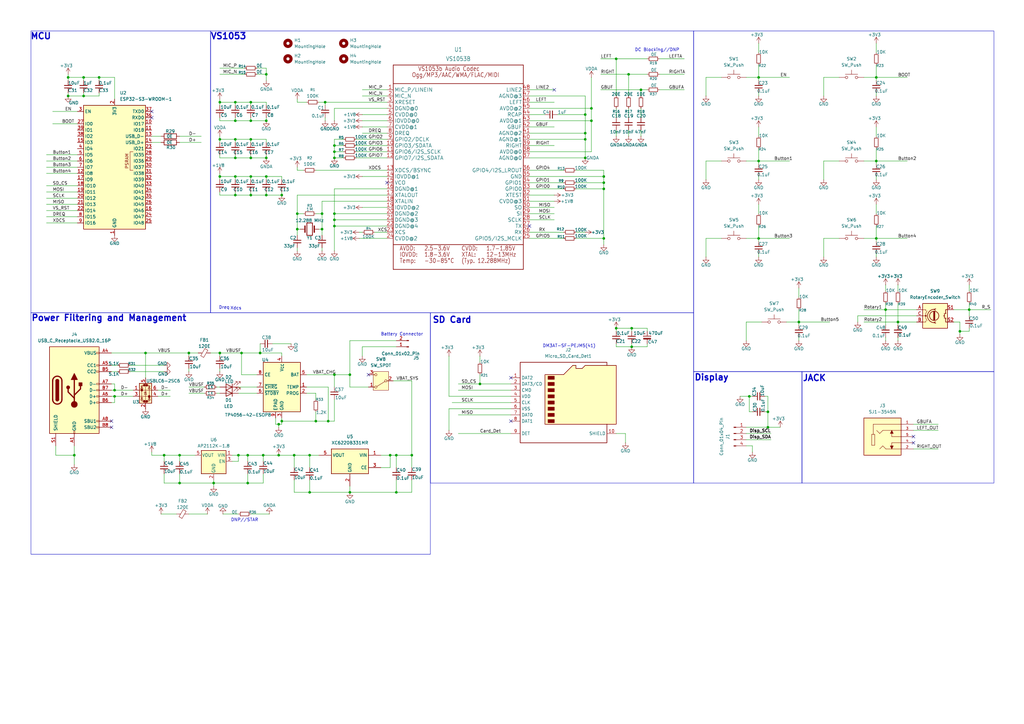
<source format=kicad_sch>
(kicad_sch (version 20250114) (generator "eeschema") (generator_version "9.0")
  (paper "A3")
  (rectangle (start 176.53 128.27) (end 284.48 198.12))
  (rectangle (start 328.93 152.4) (end 407.67 198.12))
  (rectangle (start 284.48 152.4) (end 328.93 198.12))
  (rectangle (start 284.48 12.7) (end 407.67 152.4))
  (rectangle (start 12.7 12.7) (end 86.36 128.27))
  (rectangle (start 12.7 128.27) (end 176.53 227.33))
  (rectangle (start 86.36 12.7) (end 284.48 128.27))
  (text "DM3AT-SF-PEJM5(41)" (at 233.426 141.986 0) (effects (font (size 1.27 1.27))))
  (text "Display" (at 291.846 154.94 0) (effects (font (size 2.54 2.54) (thickness 0.508) (bold yes))))
  (text "DNP//STAR" (at 100.33 213.36 0) (effects (font (size 1.27 1.27))))
  (text "Battery Connector" (at 164.846 137.16 0) (effects (font (size 1.27 1.27))))
  (text "Dreq" (at 91.948 126.238 0) (effects (font (size 1.27 1.27))))
  (text "MCU" (at 16.764 14.986 0) (effects (font (size 2.54 2.54) (thickness 0.508) (bold yes))))
  (text "SD Card" (at 185.42 131.318 0) (effects (font (size 2.54 2.54) (thickness 0.508) (bold yes))))
  (text "DC Blocking//DNP" (at 269.494 20.574 0) (effects (font (size 1.27 1.27))))
  (text "Xdcs" (at 96.774 126.492 0) (effects (font (size 1.27 1.27))))
  (text "Power Filtering and Management" (at 44.704 130.556 0) (effects (font (size 2.54 2.54) (thickness 0.508) (bold yes))))
  (text "VS1053" (at 93.726 14.986 0) (effects (font (size 2.54 2.54) (thickness 0.508) (bold yes))))
  (text "JACK" (at 334.01 155.194 0) (effects (font (size 2.54 2.54) (thickness 0.508) (bold yes))))
  (junction (at 90.17 72.39))
  (junction (at 27.94 39.37))
  (junction (at 314.96 168.91))
  (junction (at 59.69 144.78))
  (junction (at 109.22 80.01))
  (junction (at 247.65 97.79))
  (junction (at 96.52 57.15))
  (junction (at 96.52 41.91))
  (junction (at 127 186.69))
  (junction (at 102.87 49.53))
  (junction (at 137.16 59.69))
  (junction (at 97.79 186.69))
  (junction (at 132.08 93.98))
  (junction (at 393.7 135.89))
  (junction (at 40.64 31.75))
  (junction (at 137.16 153.67))
  (junction (at 109.22 72.39))
  (junction (at 102.87 72.39))
  (junction (at 314.96 175.26))
  (junction (at 127 201.93))
  (junction (at 363.22 127))
  (junction (at 67.31 186.69))
  (junction (at 240.03 57.15))
  (junction (at 102.87 64.77))
  (junction (at 114.3 173.99))
  (junction (at 242.57 49.53))
  (junction (at 90.17 57.15))
  (junction (at 137.16 62.23))
  (junction (at 99.06 144.78))
  (junction (at 121.92 93.98))
  (junction (at 96.52 49.53))
  (junction (at 109.22 64.77))
  (junction (at 73.66 198.12))
  (junction (at 137.16 64.77))
  (junction (at 252.73 24.13))
  (junction (at 115.57 80.01))
  (junction (at 121.92 87.63))
  (junction (at 34.29 31.75))
  (junction (at 109.22 49.53))
  (junction (at 106.68 144.78))
  (junction (at 247.65 77.47))
  (junction (at 102.87 57.15))
  (junction (at 102.87 80.01))
  (junction (at 114.3 186.69))
  (junction (at 311.15 31.75))
  (junction (at 96.52 80.01))
  (junction (at 96.52 64.77))
  (junction (at 120.65 186.69))
  (junction (at 134.62 172.72))
  (junction (at 109.22 30.48))
  (junction (at 77.47 144.78))
  (junction (at 327.66 132.08))
  (junction (at 359.41 97.79))
  (junction (at 137.16 92.71))
  (junction (at 73.66 186.69))
  (junction (at 133.35 41.91))
  (junction (at 143.51 153.67))
  (junction (at 397.51 127))
  (junction (at 101.6 186.69))
  (junction (at 90.17 41.91))
  (junction (at 196.85 157.48))
  (junction (at 137.16 87.63))
  (junction (at 311.15 66.04))
  (junction (at 252.73 134.62))
  (junction (at 259.08 142.24))
  (junction (at 137.16 90.17))
  (junction (at 368.3 132.08))
  (junction (at 102.87 41.91))
  (junction (at 359.41 66.04))
  (junction (at 132.08 87.63))
  (junction (at 162.56 201.93))
  (junction (at 101.6 198.12))
  (junction (at 240.03 54.61))
  (junction (at 115.57 172.72))
  (junction (at 143.51 201.93))
  (junction (at 107.95 186.69))
  (junction (at 247.65 72.39))
  (junction (at 259.08 134.62))
  (junction (at 30.48 186.69))
  (junction (at 257.81 30.48))
  (junction (at 240.03 46.99))
  (junction (at 160.02 186.69))
  (junction (at 247.65 74.93))
  (junction (at 311.15 97.79))
  (junction (at 46.99 162.56))
  (junction (at 96.52 72.39))
  (junction (at 46.99 160.02))
  (junction (at 34.29 39.37))
  (junction (at 87.63 198.12))
  (junction (at 90.17 144.78))
  (junction (at 168.91 186.69))
  (junction (at 27.94 31.75))
  (junction (at 240.03 64.77))
  (junction (at 242.57 44.45))
  (junction (at 162.56 186.69))
  (junction (at 307.34 162.56))
  (junction (at 262.89 36.83))
  (junction (at 359.41 31.75))
  (junction (at 129.54 172.72))
  (no_connect (at 62.23 48.26))
  (no_connect (at 45.72 175.26))
  (no_connect (at 151.13 153.67))
  (no_connect (at 158.75 74.93))
  (no_connect (at 374.65 181.61))
  (no_connect (at 45.72 172.72))
  (no_connect (at 209.55 154.94))
  (no_connect (at 209.55 172.72))
  (no_connect (at 374.65 179.07))
  (no_connect (at 227.33 36.83))
  (no_connect (at 217.17 92.71))
  (no_connect (at 62.23 45.72))
  (wire (pts (xy 158.75 41.91) (xy 133.35 41.91)))
  (wire (pts (xy 311.15 31.75) (xy 311.15 26.67)))
  (wire (pts (xy 359.41 38.1) (xy 359.41 39.37)))
  (wire (pts (xy 102.87 78.74) (xy 102.87 80.01)))
  (wire (pts (xy 162.56 186.69) (xy 160.02 186.69)))
  (wire (pts (xy 311.15 52.07) (xy 311.15 55.88)))
  (wire (pts (xy 252.73 24.13) (xy 252.73 39.37)))
  (wire (pts (xy 217.17 69.85) (xy 231.14 69.85)))
  (wire (pts (xy 105.41 153.67) (xy 99.06 153.67)))
  (wire (pts (xy 46.99 165.1) (xy 46.99 162.56)))
  (wire (pts (xy 236.22 97.79) (xy 247.65 97.79)))
  (wire (pts (xy 96.52 80.01) (xy 102.87 80.01)))
  (wire (pts (xy 27.94 39.37) (xy 27.94 38.1)))
  (wire (pts (xy 257.81 30.48) (xy 265.43 30.48)))
  (wire (pts (xy 114.3 173.99) (xy 114.3 175.26)))
  (wire (pts (xy 217.17 39.37) (xy 240.03 39.37)))
  (wire (pts (xy 113.03 173.99) (xy 114.3 173.99)))
  (wire (pts (xy 114.3 173.99) (xy 115.57 173.99)))
  (wire (pts (xy 46.99 31.75) (xy 40.64 31.75)))
  (wire (pts (xy 311.15 83.82) (xy 311.15 87.63)))
  (wire (pts (xy 115.57 72.39) (xy 115.57 73.66)))
  (wire (pts (xy 236.22 77.47) (xy 247.65 77.47)))
  (wire (pts (xy 246.38 24.13) (xy 252.73 24.13)))
  (wire (pts (xy 162.56 186.69) (xy 162.56 191.77)))
  (wire (pts (xy 344.17 66.04) (xy 337.82 66.04)))
  (wire (pts (xy 133.35 41.91) (xy 130.81 41.91)))
  (wire (pts (xy 121.92 93.98) (xy 121.92 96.52)))
  (wire (pts (xy 34.29 39.37) (xy 34.29 38.1)))
  (wire (pts (xy 354.33 127) (xy 363.22 127)))
  (wire (pts (xy 252.73 24.13) (xy 265.43 24.13)))
  (wire (pts (xy 102.87 72.39) (xy 109.22 72.39)))
  (wire (pts (xy 320.04 175.26) (xy 314.96 175.26)))
  (wire (pts (xy 19.05 91.44) (xy 31.75 91.44)))
  (wire (pts (xy 252.73 134.62) (xy 252.73 135.89)))
  (wire (pts (xy 134.62 172.72) (xy 129.54 172.72)))
  (wire (pts (xy 236.22 69.85) (xy 247.65 69.85)))
  (wire (pts (xy 359.41 97.79) (xy 359.41 92.71)))
  (wire (pts (xy 106.68 144.78) (xy 115.57 144.78)))
  (wire (pts (xy 217.17 62.23) (xy 242.57 62.23)))
  (wire (pts (xy 148.59 49.53) (xy 158.75 49.53)))
  (wire (pts (xy 45.72 144.78) (xy 59.69 144.78)))
  (wire (pts (xy 121.92 101.6) (xy 121.92 102.87)))
  (wire (pts (xy 363.22 138.43) (xy 363.22 139.7)))
  (wire (pts (xy 344.17 97.79) (xy 337.82 97.79)))
  (wire (pts (xy 102.87 57.15) (xy 109.22 57.15)))
  (wire (pts (xy 368.3 124.46) (xy 368.3 132.08)))
  (wire (pts (xy 77.47 161.29) (xy 83.82 161.29)))
  (wire (pts (xy 77.47 158.75) (xy 83.82 158.75)))
  (wire (pts (xy 217.17 59.69) (xy 227.33 59.69)))
  (wire (pts (xy 96.52 57.15) (xy 102.87 57.15)))
  (wire (pts (xy 87.63 198.12) (xy 73.66 198.12)))
  (wire (pts (xy 217.17 95.25) (xy 231.14 95.25)))
  (wire (pts (xy 363.22 124.46) (xy 363.22 127)))
  (wire (pts (xy 247.65 74.93) (xy 247.65 77.47)))
  (wire (pts (xy 120.65 186.69) (xy 127 186.69)))
  (wire (pts (xy 137.16 87.63) (xy 137.16 90.17)))
  (wire (pts (xy 252.73 140.97) (xy 252.73 142.24)))
  (wire (pts (xy 96.52 49.53) (xy 102.87 49.53)))
  (wire (pts (xy 359.41 31.75) (xy 372.11 31.75)))
  (wire (pts (xy 252.73 44.45) (xy 252.73 48.26)))
  (wire (pts (xy 115.57 173.99) (xy 115.57 172.72)))
  (wire (pts (xy 90.17 27.94) (xy 100.33 27.94)))
  (wire (pts (xy 97.79 161.29) (xy 105.41 161.29)))
  (wire (pts (xy 99.06 144.78) (xy 106.68 144.78)))
  (wire (pts (xy 327.66 118.11) (xy 327.66 121.92)))
  (wire (pts (xy 59.69 144.78) (xy 59.69 154.94)))
  (wire (pts (xy 97.79 186.69) (xy 101.6 186.69)))
  (wire (pts (xy 359.41 97.79) (xy 359.41 99.06)))
  (wire (pts (xy 95.25 189.23) (xy 97.79 189.23)))
  (wire (pts (xy 45.72 152.4) (xy 48.26 152.4)))
  (wire (pts (xy 184.15 167.64) (xy 184.15 176.53)))
  (wire (pts (xy 262.89 53.34) (xy 262.89 55.88)))
  (wire (pts (xy 97.79 158.75) (xy 105.41 158.75)))
  (wire (pts (xy 129.54 161.29) (xy 129.54 163.83)))
  (wire (pts (xy 306.07 97.79) (xy 311.15 97.79)))
  (wire (pts (xy 64.77 160.02) (xy 69.85 160.02)))
  (wire (pts (xy 187.96 170.18) (xy 209.55 170.18)))
  (wire (pts (xy 124.46 69.85) (xy 121.92 69.85)))
  (wire (pts (xy 393.7 135.89) (xy 393.7 137.16)))
  (wire (pts (xy 354.33 31.75) (xy 359.41 31.75)))
  (wire (pts (xy 217.17 44.45) (xy 242.57 44.45)))
  (wire (pts (xy 257.81 53.34) (xy 257.81 55.88)))
  (wire (pts (xy 368.3 132.08) (xy 368.3 133.35)))
  (wire (pts (xy 67.31 194.31) (xy 67.31 198.12)))
  (wire (pts (xy 90.17 144.78) (xy 99.06 144.78)))
  (wire (pts (xy 102.87 57.15) (xy 102.87 58.42)))
  (wire (pts (xy 217.17 90.17) (xy 227.33 90.17)))
  (wire (pts (xy 101.6 198.12) (xy 107.95 198.12)))
  (wire (pts (xy 228.6 46.99) (xy 240.03 46.99)))
  (wire (pts (xy 133.35 41.91) (xy 133.35 43.18)))
  (wire (pts (xy 374.65 184.15) (xy 384.81 184.15)))
  (wire (pts (xy 99.06 153.67) (xy 99.06 144.78)))
  (wire (pts (xy 359.41 31.75) (xy 359.41 33.02)))
  (wire (pts (xy 162.56 142.24) (xy 148.59 142.24)))
  (wire (pts (xy 19.05 88.9) (xy 31.75 88.9)))
  (wire (pts (xy 90.17 144.78) (xy 90.17 146.05)))
  (wire (pts (xy 397.51 135.89) (xy 393.7 135.89)))
  (wire (pts (xy 34.29 31.75) (xy 27.94 31.75)))
  (wire (pts (xy 101.6 186.69) (xy 107.95 186.69)))
  (wire (pts (xy 148.59 142.24) (xy 148.59 146.05)))
  (wire (pts (xy 107.95 186.69) (xy 114.3 186.69)))
  (wire (pts (xy 46.99 157.48) (xy 46.99 160.02)))
  (wire (pts (xy 21.59 45.72) (xy 31.75 45.72)))
  (wire (pts (xy 158.75 82.55) (xy 132.08 82.55)))
  (wire (pts (xy 146.05 57.15) (xy 158.75 57.15)))
  (wire (pts (xy 129.54 87.63) (xy 132.08 87.63)))
  (wire (pts (xy 27.94 30.48) (xy 27.94 31.75)))
  (wire (pts (xy 109.22 27.94) (xy 109.22 30.48)))
  (wire (pts (xy 252.73 134.62) (xy 259.08 134.62)))
  (wire (pts (xy 137.16 77.47) (xy 137.16 87.63)))
  (wire (pts (xy 314.96 162.56) (xy 313.69 162.56)))
  (wire (pts (xy 148.59 85.09) (xy 158.75 85.09)))
  (wire (pts (xy 137.16 59.69) (xy 140.97 59.69)))
  (wire (pts (xy 90.17 151.13) (xy 90.17 152.4)))
  (wire (pts (xy 46.99 160.02) (xy 54.61 160.02)))
  (wire (pts (xy 359.41 72.39) (xy 359.41 73.66)))
  (wire (pts (xy 105.41 30.48) (xy 109.22 30.48)))
  (wire (pts (xy 96.52 64.77) (xy 102.87 64.77)))
  (wire (pts (xy 120.65 191.77) (xy 120.65 186.69)))
  (wire (pts (xy 115.57 144.78) (xy 115.57 146.05)))
  (wire (pts (xy 247.65 77.47) (xy 247.65 97.79)))
  (wire (pts (xy 351.79 129.54) (xy 351.79 132.08)))
  (wire (pts (xy 106.68 144.78) (xy 106.68 140.97)))
  (wire (pts (xy 354.33 66.04) (xy 359.41 66.04)))
  (wire (pts (xy 162.56 201.93) (xy 143.51 201.93)))
  (wire (pts (xy 137.16 92.71) (xy 137.16 102.87)))
  (wire (pts (xy 67.31 198.12) (xy 73.66 198.12)))
  (wire (pts (xy 311.15 66.04) (xy 311.15 67.31)))
  (wire (pts (xy 391.16 127) (xy 397.51 127)))
  (wire (pts (xy 19.05 71.12) (xy 31.75 71.12)))
  (wire (pts (xy 397.51 127) (xy 406.4 127)))
  (wire (pts (xy 73.66 198.12) (xy 73.66 194.31)))
  (wire (pts (xy 95.25 186.69) (xy 97.79 186.69)))
  (wire (pts (xy 308.61 182.88) (xy 308.61 185.42)))
  (wire (pts (xy 132.08 93.98) (xy 132.08 96.52)))
  (wire (pts (xy 160.02 191.77) (xy 160.02 186.69)))
  (wire (pts (xy 46.99 162.56) (xy 54.61 162.56)))
  (wire (pts (xy 101.6 186.69) (xy 101.6 189.23)))
  (wire (pts (xy 109.22 49.53) (xy 109.22 48.26)))
  (wire (pts (xy 217.17 57.15) (xy 240.03 57.15)))
  (wire (pts (xy 137.16 57.15) (xy 137.16 59.69)))
  (wire (pts (xy 374.65 173.99) (xy 384.81 173.99)))
  (wire (pts (xy 240.03 54.61) (xy 240.03 57.15)))
  (wire (pts (xy 209.55 157.48) (xy 196.85 157.48)))
  (wire (pts (xy 247.65 97.79) (xy 247.65 100.33)))
  (wire (pts (xy 148.59 72.39) (xy 158.75 72.39)))
  (wire (pts (xy 217.17 46.99) (xy 223.52 46.99)))
  (wire (pts (xy 217.17 85.09) (xy 227.33 85.09)))
  (wire (pts (xy 359.41 52.07) (xy 359.41 55.88)))
  (wire (pts (xy 217.17 52.07) (xy 227.33 52.07)))
  (wire (pts (xy 90.17 30.48) (xy 100.33 30.48)))
  (wire (pts (xy 391.16 132.08) (xy 393.7 132.08)))
  (wire (pts (xy 270.51 30.48) (xy 280.67 30.48)))
  (wire (pts (xy 289.56 97.79) (xy 289.56 105.41)))
  (wire (pts (xy 359.41 66.04) (xy 359.41 67.31)))
  (wire (pts (xy 209.55 167.64) (xy 184.15 167.64)))
  (wire (pts (xy 308.61 162.56) (xy 307.34 162.56)))
  (wire (pts (xy 187.96 177.8) (xy 209.55 177.8)))
  (wire (pts (xy 86.36 144.78) (xy 90.17 144.78)))
  (wire (pts (xy 96.52 41.91) (xy 102.87 41.91)))
  (wire (pts (xy 19.05 86.36) (xy 31.75 86.36)))
  (wire (pts (xy 313.69 168.91) (xy 314.96 168.91)))
  (wire (pts (xy 246.38 36.83) (xy 262.89 36.83)))
  (wire (pts (xy 187.96 157.48) (xy 196.85 157.48)))
  (wire (pts (xy 101.6 198.12) (xy 87.63 198.12)))
  (wire (pts (xy 137.16 64.77) (xy 140.97 64.77)))
  (wire (pts (xy 217.17 77.47) (xy 231.14 77.47)))
  (wire (pts (xy 132.08 87.63) (xy 132.08 93.98)))
  (wire (pts (xy 217.17 74.93) (xy 231.14 74.93)))
  (wire (pts (xy 137.16 153.67) (xy 143.51 153.67)))
  (wire (pts (xy 90.17 40.64) (xy 90.17 41.91)))
  (wire (pts (xy 90.17 80.01) (xy 96.52 80.01)))
  (wire (pts (xy 246.38 30.48) (xy 257.81 30.48)))
  (wire (pts (xy 351.79 129.54) (xy 375.92 129.54)))
  (wire (pts (xy 337.82 66.04) (xy 337.82 73.66)))
  (wire (pts (xy 240.03 57.15) (xy 240.03 64.77)))
  (wire (pts (xy 252.73 53.34) (xy 252.73 55.88)))
  (wire (pts (xy 322.58 132.08) (xy 327.66 132.08)))
  (wire (pts (xy 109.22 80.01) (xy 109.22 78.74)))
  (wire (pts (xy 109.22 57.15) (xy 109.22 58.42)))
  (wire (pts (xy 137.16 62.23) (xy 140.97 62.23)))
  (wire (pts (xy 327.66 132.08) (xy 340.36 132.08)))
  (wire (pts (xy 107.95 186.69) (xy 107.95 189.23)))
  (wire (pts (xy 217.17 97.79) (xy 231.14 97.79)))
  (wire (pts (xy 90.17 63.5) (xy 90.17 64.77)))
  (wire (pts (xy 137.16 90.17) (xy 158.75 90.17)))
  (wire (pts (xy 242.57 44.45) (xy 242.57 49.53)))
  (wire (pts (xy 359.41 104.14) (xy 359.41 105.41)))
  (wire (pts (xy 209.55 162.56) (xy 184.15 162.56)))
  (wire (pts (xy 289.56 66.04) (xy 289.56 73.66)))
  (wire (pts (xy 73.66 189.23) (xy 73.66 186.69)))
  (wire (pts (xy 109.22 72.39) (xy 109.22 73.66)))
  (wire (pts (xy 45.72 160.02) (xy 46.99 160.02)))
  (wire (pts (xy 307.34 168.91) (xy 308.61 168.91)))
  (wire (pts (xy 73.66 186.69) (xy 67.31 186.69)))
  (wire (pts (xy 21.59 50.8) (xy 31.75 50.8)))
  (wire (pts (xy 132.08 82.55) (xy 132.08 87.63)))
  (wire (pts (xy 125.73 153.67) (xy 137.16 153.67)))
  (wire (pts (xy 115.57 78.74) (xy 115.57 80.01)))
  (wire (pts (xy 96.52 72.39) (xy 96.52 73.66)))
  (wire (pts (xy 90.17 41.91) (xy 90.17 43.18)))
  (wire (pts (xy 311.15 72.39) (xy 311.15 73.66)))
  (wire (pts (xy 64.77 162.56) (xy 69.85 162.56)))
  (wire (pts (xy 90.17 57.15) (xy 90.17 58.42)))
  (wire (pts (xy 359.41 66.04) (xy 359.41 60.96)))
  (wire (pts (xy 143.51 153.67) (xy 143.51 158.75)))
  (wire (pts (xy 311.15 17.78) (xy 311.15 21.59)))
  (wire (pts (xy 196.85 148.59) (xy 196.85 146.05)))
  (wire (pts (xy 129.54 172.72) (xy 115.57 172.72)))
  (wire (pts (xy 184.15 162.56) (xy 184.15 146.05)))
  (wire (pts (xy 90.17 49.53) (xy 96.52 49.53)))
  (wire (pts (xy 45.72 162.56) (xy 46.99 162.56)))
  (wire (pts (xy 217.17 87.63) (xy 227.33 87.63)))
  (wire (pts (xy 311.15 38.1) (xy 311.15 39.37)))
  (wire (pts (xy 19.05 83.82) (xy 31.75 83.82)))
  (wire (pts (xy 240.03 46.99) (xy 240.03 54.61)))
  (wire (pts (xy 327.66 132.08) (xy 327.66 127)))
  (wire (pts (xy 153.67 95.25) (xy 158.75 95.25)))
  (wire (pts (xy 125.73 161.29) (xy 129.54 161.29)))
  (wire (pts (xy 90.17 72.39) (xy 90.17 73.66)))
  (wire (pts (xy 45.72 149.86) (xy 48.26 149.86)))
  (wire (pts (xy 265.43 140.97) (xy 265.43 142.24)))
  (wire (pts (xy 265.43 142.24) (xy 259.08 142.24)))
  (wire (pts (xy 137.16 59.69) (xy 137.16 62.23)))
  (wire (pts (xy 259.08 134.62) (xy 259.08 135.89)))
  (wire (pts (xy 53.34 152.4) (xy 67.31 152.4)))
  (wire (pts (xy 397.51 127) (xy 397.51 129.54)))
  (wire (pts (xy 62.23 186.69) (xy 62.23 185.42)))
  (wire (pts (xy 393.7 132.08) (xy 393.7 135.89)))
  (wire (pts (xy 252.73 177.8) (xy 256.54 177.8)))
  (wire (pts (xy 289.56 31.75) (xy 289.56 39.37)))
  (wire (pts (xy 59.69 144.78) (xy 77.47 144.78)))
  (wire (pts (xy 127 186.69) (xy 130.81 186.69)))
  (wire (pts (xy 314.96 168.91) (xy 314.96 162.56)))
  (wire (pts (xy 262.89 44.45) (xy 262.89 48.26)))
  (wire (pts (xy 121.92 69.85) (xy 121.92 68.58)))
  (wire (pts (xy 101.6 194.31) (xy 101.6 198.12)))
  (wire (pts (xy 88.9 158.75) (xy 90.17 158.75)))
  (wire (pts (xy 354.33 97.79) (xy 359.41 97.79)))
  (wire (pts (xy 121.92 93.98) (xy 123.19 93.98)))
  (wire (pts (xy 137.16 163.83) (xy 137.16 172.72)))
  (wire (pts (xy 262.89 36.83) (xy 265.43 36.83)))
  (wire (pts (xy 88.9 161.29) (xy 90.17 161.29)))
  (wire (pts (xy 256.54 177.8) (xy 256.54 181.61)))
  (wire (pts (xy 87.63 198.12) (xy 87.63 196.85)))
  (wire (pts (xy 217.17 80.01) (xy 227.33 80.01)))
  (wire (pts (xy 158.75 77.47) (xy 137.16 77.47)))
  (wire (pts (xy 162.56 196.85) (xy 162.56 201.93)))
  (wire (pts (xy 102.87 41.91) (xy 109.22 41.91)))
  (wire (pts (xy 311.15 66.04) (xy 311.15 60.96)))
  (wire (pts (xy 102.87 80.01) (xy 109.22 80.01)))
  (wire (pts (xy 77.47 210.82) (xy 85.09 210.82)))
  (wire (pts (xy 168.91 196.85) (xy 168.91 201.93)))
  (wire (pts (xy 137.16 90.17) (xy 137.16 92.71)))
  (wire (pts (xy 90.17 48.26) (xy 90.17 49.53)))
  (wire (pts (xy 19.05 76.2) (xy 31.75 76.2)))
  (wire (pts (xy 27.94 39.37) (xy 34.29 39.37)))
  (wire (pts (xy 127 201.93) (xy 127 196.85)))
  (wire (pts (xy 73.66 186.69) (xy 80.01 186.69)))
  (wire (pts (xy 240.03 39.37) (xy 240.03 46.99)))
  (wire (pts (xy 242.57 31.75) (xy 242.57 44.45)))
  (wire (pts (xy 109.22 80.01) (xy 115.57 80.01)))
  (wire (pts (xy 148.59 52.07) (xy 158.75 52.07)))
  (wire (pts (xy 143.51 201.93) (xy 127 201.93)))
  (wire (pts (xy 90.17 78.74) (xy 90.17 80.01)))
  (wire (pts (xy 236.22 95.25) (xy 240.03 95.25)))
  (wire (pts (xy 40.64 31.75) (xy 40.64 33.02)))
  (wire (pts (xy 102.87 210.82) (xy 110.49 210.82)))
  (wire (pts (xy 306.07 177.8) (xy 316.23 177.8)))
  (wire (pts (xy 311.15 97.79) (xy 311.15 99.06)))
  (wire (pts (xy 187.96 160.02) (xy 209.55 160.02)))
  (wire (pts (xy 62.23 58.42) (xy 66.04 58.42)))
  (wire (pts (xy 368.3 116.84) (xy 368.3 119.38)))
  (wire (pts (xy 77.47 151.13) (xy 77.47 152.4)))
  (wire (pts (xy 259.08 140.97) (xy 259.08 142.24)))
  (wire (pts (xy 270.51 24.13) (xy 280.67 24.13)))
  (wire (pts (xy 148.59 54.61) (xy 158.75 54.61)))
  (wire (pts (xy 67.31 186.69) (xy 62.23 186.69)))
  (wire (pts (xy 363.22 116.84) (xy 363.22 119.38)))
  (wire (pts (xy 147.32 97.79) (xy 158.75 97.79)))
  (wire (pts (xy 114.3 186.69) (xy 120.65 186.69)))
  (wire (pts (xy 143.51 139.7) (xy 143.51 153.67)))
  (wire (pts (xy 295.91 31.75) (xy 289.56 31.75)))
  (wire (pts (xy 105.41 27.94) (xy 109.22 27.94)))
  (wire (pts (xy 73.66 58.42) (xy 82.55 58.42)))
  (wire (pts (xy 148.59 39.37) (xy 158.75 39.37)))
  (wire (pts (xy 40.64 31.75) (xy 34.29 31.75)))
  (wire (pts (xy 312.42 132.08) (xy 306.07 132.08)))
  (wire (pts (xy 337.82 31.75) (xy 337.82 39.37)))
  (wire (pts (xy 113.03 171.45) (xy 113.03 173.99)))
  (wire (pts (xy 30.48 186.69) (xy 30.48 190.5)))
  (wire (pts (xy 46.99 31.75) (xy 46.99 40.64)))
  (wire (pts (xy 90.17 64.77) (xy 96.52 64.77)))
  (wire (pts (xy 96.52 78.74) (xy 96.52 80.01)))
  (wire (pts (xy 137.16 44.45) (xy 137.16 49.53)))
  (wire (pts (xy 121.92 87.63) (xy 124.46 87.63)))
  (wire (pts (xy 19.05 81.28) (xy 31.75 81.28)))
  (wire (pts (xy 217.17 41.91) (xy 227.33 41.91)))
  (wire (pts (xy 109.22 41.91) (xy 109.22 43.18)))
  (wire (pts (xy 137.16 153.67) (xy 137.16 158.75)))
  (wire (pts (xy 96.52 72.39) (xy 102.87 72.39)))
  (wire (pts (xy 327.66 138.43) (xy 327.66 139.7)))
  (wire (pts (xy 217.17 72.39) (xy 247.65 72.39)))
  (wire (pts (xy 168.91 201.93) (xy 162.56 201.93)))
  (wire (pts (xy 158.75 80.01) (xy 121.92 80.01)))
  (wire (pts (xy 161.29 156.21) (xy 168.91 156.21)))
  (wire (pts (xy 90.17 41.91) (xy 96.52 41.91)))
  (wire (pts (xy 30.48 182.88) (xy 30.48 186.69)))
  (wire (pts (xy 102.87 72.39) (xy 102.87 73.66)))
  (wire (pts (xy 77.47 144.78) (xy 81.28 144.78)))
  (wire (pts (xy 102.87 63.5) (xy 102.87 64.77)))
  (wire (pts (xy 147.32 95.25) (xy 148.59 95.25)))
  (wire (pts (xy 19.05 78.74) (xy 31.75 78.74)))
  (wire (pts (xy 137.16 172.72) (xy 134.62 172.72)))
  (wire (pts (xy 168.91 156.21) (xy 168.91 186.69)))
  (wire (pts (xy 96.52 48.26) (xy 96.52 49.53)))
  (wire (pts (xy 111.76 140.97) (xy 119.38 140.97)))
  (wire (pts (xy 91.44 210.82) (xy 97.79 210.82)))
  (wire (pts (xy 158.75 69.85) (xy 129.54 69.85)))
  (wire (pts (xy 67.31 186.69) (xy 67.31 189.23)))
  (wire (pts (xy 34.29 39.37) (xy 40.64 39.37)))
  (wire (pts (xy 270.51 36.83) (xy 280.67 36.83)))
  (wire (pts (xy 363.22 127) (xy 363.22 133.35)))
  (wire (pts (xy 259.08 134.62) (xy 265.43 134.62)))
  (wire (pts (xy 90.17 57.15) (xy 96.52 57.15)))
  (wire (pts (xy 102.87 41.91) (xy 102.87 43.18)))
  (wire (pts (xy 311.15 97.79) (xy 311.15 92.71)))
  (wire (pts (xy 368.3 138.43) (xy 368.3 139.7)))
  (wire (pts (xy 397.51 134.62) (xy 397.51 135.89)))
  (wire (pts (xy 109.22 72.39) (xy 115.57 72.39)))
  (wire (pts (xy 311.15 31.75) (xy 311.15 33.02)))
  (wire (pts (xy 66.04 210.82) (xy 72.39 210.82)))
  (wire (pts (xy 19.05 68.58) (xy 31.75 68.58)))
  (wire (pts (xy 185.42 165.1) (xy 209.55 165.1)))
  (wire (pts (xy 137.16 92.71) (xy 158.75 92.71)))
  (wire (pts (xy 217.17 49.53) (xy 242.57 49.53)))
  (wire (pts (xy 252.73 142.24) (xy 259.08 142.24)))
  (wire (pts (xy 107.95 198.12) (xy 107.95 194.31)))
  (wire (pts (xy 121.92 87.63) (xy 121.92 93.98)))
  (wire (pts (xy 125.73 41.91) (xy 121.92 41.91)))
  (wire (pts (xy 143.51 199.39) (xy 143.51 201.93)))
  (wire (pts (xy 306.07 132.08) (xy 306.07 139.7)))
  (wire (pts (xy 102.87 64.77) (xy 109.22 64.77)))
  (wire (pts (xy 96.52 57.15) (xy 96.52 58.42)))
  (wire (pts (xy 90.17 71.12) (xy 90.17 72.39)))
  (wire (pts (xy 236.22 74.93) (xy 247.65 74.93)))
  (wire (pts (xy 265.43 134.62) (xy 265.43 135.89)))
  (wire (pts (xy 137.16 57.15) (xy 140.97 57.15)))
  (wire (pts (xy 40.64 39.37) (xy 40.64 38.1)))
  (wire (pts (xy 121.92 41.91) (xy 121.92 40.64)))
  (wire (pts (xy 311.15 104.14) (xy 311.15 105.41)))
  (wire (pts (xy 53.34 149.86) (xy 67.31 149.86)))
  (wire (pts (xy 327.66 132.08) (xy 327.66 133.35)))
  (wire (pts (xy 306.07 31.75) (xy 311.15 31.75)))
  (wire (pts (xy 368.3 132.08) (xy 375.92 132.08)))
  (wire (pts (xy 125.73 158.75) (xy 134.62 158.75)))
  (wire (pts (xy 90.17 72.39) (xy 96.52 72.39)))
  (wire (pts (xy 359.41 66.04) (xy 372.11 66.04)))
  (wire (pts (xy 257.81 44.45) (xy 257.81 48.26)))
  (wire (pts (xy 109.22 64.77) (xy 109.22 63.5)))
  (wire (pts (xy 148.59 46.99) (xy 158.75 46.99)))
  (wire (pts (xy 115.57 172.72) (xy 115.57 171.45)))
  (wire (pts (xy 130.81 93.98) (xy 132.08 93.98)))
  (wire (pts (xy 257.81 30.48) (xy 257.81 39.37)))
  (wire (pts (xy 97.79 189.23) (xy 97.79 186.69)))
  (wire (pts (xy 306.07 180.34) (xy 316.23 180.34)))
  (wire (pts (xy 307.34 162.56) (xy 307.34 168.91)))
  (wire (pts (xy 303.53 162.56) (xy 307.34 162.56)))
  (wire (pts (xy 121.92 80.01) (xy 121.92 87.63)))
  (wire (pts (xy 217.17 82.55) (xy 227.33 82.55)))
  (wire (pts (xy 314.96 168.91) (xy 314.96 175.26)))
  (wire (pts (xy 397.51 124.46) (xy 397.51 127)))
  (wire (pts (xy 146.05 62.23) (xy 158.75 62.23)))
  (wire (pts (xy 311.15 31.75) (xy 323.85 31.75)))
  (wire (pts (xy 133.35 48.26) (xy 133.35 49.53)))
  (wire (pts (xy 132.08 101.6) (xy 132.08 102.87)))
  (wire (pts (xy 217.17 54.61) (xy 240.03 54.61)))
  (wire (pts (xy 27.94 31.75) (xy 27.94 33.02)))
  (wire (pts (xy 295.91 66.04) (xy 289.56 66.04)))
  (wire (pts (xy 295.91 97.79) (xy 289.56 97.79)))
  (wire (pts (xy 127 191.77) (xy 127 186.69)))
  (wire (pts (xy 337.82 97.79) (xy 337.82 105.41)))
  (wire (pts (xy 247.65 69.85) (xy 247.65 72.39)))
  (wire (pts (xy 137.16 62.23) (xy 137.16 64.77)))
  (wire (pts (xy 90.17 55.88) (xy 90.17 57.15)))
  (wire (pts (xy 137.16 87.63) (xy 158.75 87.63)))
  (wire (pts (xy 96.52 63.5) (xy 96.52 64.77)))
  (wire (pts (xy 397.51 116.84) (xy 397.51 119.38)))
  (wire (pts (xy 45.72 165.1) (xy 46.99 165.1)))
  (wire (pts (xy 148.59 36.83) (xy 158.75 36.83)))
  (wire (pts (xy 73.66 55.88) (xy 82.55 55.88)))
  (wire (pts (xy 22.86 186.69) (xy 30.48 186.69)))
  (wire (pts (xy 262.89 36.83) (xy 262.89 39.37)))
  (wire (pts (xy 306.07 182.88) (xy 308.61 182.88)))
  (wire (pts (xy 306.07 66.04) (xy 311.15 66.04)))
  (wire (pts (xy 359.41 31.75) (xy 359.41 26.67)))
  (wire (pts (xy 77.47 144.78) (xy 77.47 146.05)))
  (wire (pts (xy 311.15 66.04) (xy 323.85 66.04)))
  (wire (pts (xy 146.05 59.69) (xy 158.75 59.69)))
  (wire (pts (xy 96.52 41.91) (xy 96.52 43.18)))
  (wire (pts (xy 19.05 66.04) (xy 31.75 66.04)))
  (wire (pts (xy 129.54 168.91) (xy 129.54 172.72)))
  (wire (pts (xy 34.29 31.75) (xy 34.29 33.02)))
  (wire (pts (xy 196.85 157.48) (xy 196.85 153.67)))
  (wire (pts (xy 156.21 191.77) (xy 160.02 191.77)))
  (wire (pts (xy 354.33 132.08) (xy 368.3 132.08)))
  (wire (pts (xy 22.86 182.88) (xy 22.86 186.69)))
  (wire (pts (xy 109.22 30.48) (xy 109.22 33.02)))
  (wire (pts (xy 344.17 31.75) (xy 337.82 31.75)))
  (wire (pts (xy 242.57 49.53) (xy 242.57 62.23)))
  (wire (pts (xy 247.65 72.39) (xy 247.65 74.93)))
  (wire (pts (xy 359.41 17.78) (xy 359.41 21.59)))
  (wire (pts (xy 120.65 201.93) (xy 120.65 196.85)))
  (wire (pts (xy 146.05 64.77) (xy 158.75 64.77)))
  (wire (pts (xy 359.41 83.82) (xy 359.41 87.63)))
  (wire (pts (xy 311.15 97.79) (xy 323.85 97.79)))
  (wire (pts (xy 45.72 157.48) (xy 46.99 157.48)))
  (wire (pts (xy 217.17 64.77) (xy 240.03 64.77)))
  (wire (pts (xy 168.91 186.69) (xy 162.56 186.69)))
  (wire (pts (xy 102.87 49.53) (xy 109.22 49.53)))
  (wire (pts (xy 134.62 158.75) (xy 134.62 172.72)))
  (wire (pts (xy 374.65 176.53) (xy 384.81 176.53)))
  (wire (pts (xy 162.56 139.7) (xy 143.51 139.7)))
  (wire (pts (xy 143.51 158.75) (xy 151.13 158.75)))
  (wire (pts (xy 19.05 63.5) (xy 31.75 63.5)))
  (wire (pts (xy 217.17 36.83) (xy 227.33 36.83)))
  (wire (pts (xy 314.96 175.26) (xy 306.07 175.26)))
  (wire (pts (xy 168.91 186.69) (xy 168.91 191.77)))
  (wire (pts (xy 127 201.93) (xy 120.65 201.93)))
  (wire (pts (xy 359.41 97.79) (xy 372.11 97.79)))
  (wire (pts (xy 160.02 186.69) (xy 156.21 186.69)))
  (wire (pts (xy 158.75 44.45) (xy 137.16 44.45)))
  (wire (pts (xy 363.22 127) (xy 375.92 127)))
  (wire (pts (xy 62.23 55.88) (xy 66.04 55.88)))
  (wire (pts (xy 87.63 199.39) (xy 87.63 198.12)))
  (wire (pts (xy 102.87 48.26) (xy 102.87 49.53)))
  (label "GBUFA" (at 274.32 36.83 0))
  (label "GPIO5" (at 219.71 97.79 0))
  (label "D+" (at 66.04 162.56 0))
  (label "VBUSF" (at 77.47 161.29 0))
  (label "GBUF" (at 219.71 52.07 0))
  (label "GPIO7" (at 151.13 64.77 0))
  (label "Button1" (at 21.59 63.5 0))
  (label "BOOT" (at 368.3 31.75 0))
  (label "VS_RST" (at 151.13 41.91 0))
  (label "Button2" (at 368.3 66.04 0))
  (label "BOOT" (at 25.4 50.8 0))
  (label "D+" (at 77.47 58.42 0))
  (label "Button3" (at 317.5 97.79 0))
  (label "LEFT_OUT" (at 375.92 176.53 0))
  (label "EN" (at 320.04 31.75 0))
  (label "LEFT" (at 246.38 24.13 0))
  (label "MIC_N" (at 91.44 30.48 0))
  (label "Button4" (at 21.59 71.12 0))
  (label "Button4" (at 368.3 97.79 0))
  (label "D-" (at 66.04 160.02 0))
  (label "LEFT" (at 219.71 41.91 0))
  (label "VBUS" (at 64.77 144.78 0))
  (label "DREQ" (at 151.13 54.61 0))
  (label "DREQ" (at 21.59 88.9 0))
  (label "GPIO3" (at 151.13 59.69 0))
  (label "D-" (at 77.47 55.88 0))
  (label "RIGHT_OUT" (at 375.92 184.15 0))
  (label "SCLK" (at 220.98 90.17 0))
  (label "MISO" (at 220.98 85.09 0))
  (label "Disp_SDA" (at 307.34 180.34 0) (effects (font (thickness 0.254) (bold yes))))
  (label "Rotary2" (at 354.33 132.08 0))
  (label "SCLK" (at 189.23 165.1 0))
  (label "EN" (at 26.67 45.72 0))
  (label "RIGHTA" (at 274.32 30.48 0))
  (label "VBAT_CHG" (at 128.27 153.67 0))
  (label "XDCS" (at 151.13 69.85 0))
  (label "R_S" (at 402.59 127 0))
  (label "GPIO2" (at 151.13 57.15 0))
  (label "Button1" (at 317.5 66.04 0))
  (label "VS_RST" (at 21.59 86.36 0))
  (label "MOSI" (at 21.59 78.74 0))
  (label "VBUSF" (at 92.71 144.78 0))
  (label "Card_Det" (at 196.85 177.8 0))
  (label "VBAT_SYS" (at 162.56 156.21 0))
  (label "SCLK" (at 21.59 81.28 0))
  (label "Disp_SCL" (at 307.34 177.8 0) (effects (font (thickness 0.254) (bold yes))))
  (label "SD_CS" (at 21.59 76.2 0))
  (label "MISO" (at 21.59 83.82 0))
  (label "MOSI" (at 220.98 87.63 0))
  (label "XCS" (at 154.94 95.25 0))
  (label "GBUF" (at 246.38 36.83 0))
  (label "RIGHT" (at 219.71 59.69 0))
  (label "Button2" (at 21.59 66.04 0))
  (label "XDCS" (at 21.59 91.44 0))
  (label "MIC_P" (at 151.13 36.83 0))
  (label "D-" (at 49.53 160.02 0))
  (label "MIC_N" (at 151.13 39.37 0))
  (label "GPIO0" (at 219.71 77.47 0))
  (label "RIGHT" (at 246.38 30.48 0))
  (label "Button3" (at 21.59 68.58 0))
  (label "MOSI" (at 189.23 160.02 0))
  (label "MIC_P" (at 91.44 27.94 0))
  (label "GPIO6" (at 151.13 62.23 0))
  (label "GPIO4" (at 219.71 69.85 0))
  (label "VBUSF" (at 77.47 158.75 0))
  (label "RX" (at 220.98 95.25 0))
  (label "Rotary1" (at 354.33 127 0))
  (label "LEFTA" (at 274.32 24.13 0))
  (label "LINE2" (at 219.71 36.83 0))
  (label "GBUFA" (at 375.92 173.99 0))
  (label "MISO" (at 189.23 170.18 0))
  (label "SD_CS" (at 189.23 157.48 0))
  (label "D+" (at 49.53 162.56 0))
  (label "Button5" (at 336.55 132.08 0))
  (label "GPIO1" (at 219.71 74.93 0))
  (symbol (lib_id "power:GND") (at 67.31 149.86 90) (unit 1)
    (property "Reference" "#PWR068" (effects (hide yes)))
    (property "Value" "GND" (at 66.548 149.098 90))
    (property "Description" "Power symbol creates a global label with name \"GND\" , ground" (effects (hide yes)))
  )
  (symbol (lib_id "power:VDDA") (at 368.3 116.84 0) (unit 1)
    (property "Reference" "#PWR084" (effects (hide yes)))
    (property "Value" "+3V3" (at 367.538 113.284 0))
    (property "Description" "Power symbol creates a global label with name \"VDDA\"" (effects (hide yes)))
  )
  (symbol (lib_id "power:GNDA") (at 109.22 33.02 0) (unit 1)
    (property "Reference" "#PWR021" (effects (hide yes)))
    (property "Value" "GNDA" (at 109.22 36.576 0))
    (property "Description" "Power symbol creates a global label with name \"GNDA\" , analog ground" (effects (hide yes)))
  )
  (symbol (lib_id "power:GND") (at 27.94 39.37 0) (unit 1)
    (property "Reference" "#PWR061" (effects (hide yes)))
    (property "Value" "GND" (at 30.226 42.164 0))
    (property "Description" "Power symbol creates a global label with name \"GND\" , ground" (effects (hide yes)))
  )
  (symbol (lib_id "power:GND") (at 184.15 176.53 0) (unit 1)
    (property "Reference" "#PWR033" (effects (hide yes)))
    (property "Value" "GND" (at 184.15 179.832 0))
    (property "Description" "Power symbol creates a global label with name \"GND\" , ground" (effects (hide yes)))
  )
  (symbol (lib_id "power:GND") (at 46.99 96.52 0) (unit 1)
    (property "Reference" "#PWR065" (effects (hide yes)))
    (property "Value" "GND" (at 46.99 99.822 0))
    (property "Description" "Power symbol creates a global label with name \"GND\" , ground" (effects (hide yes)))
  )
  (symbol (lib_id "power:+3.3V") (at 90.17 71.12 0) (unit 1)
    (property "Reference" "#PWR025" (effects (hide yes)))
    (property "Value" "+1V8" (at 86.868 67.818 0) (effects (justify left)))
    (property "Description" "Power symbol creates a global label with name \"+3.3V\"" (effects (hide yes)))
  )
  (symbol (lib_id "Device:R_Small") (at 233.68 95.25 270) (unit 1)
    (property "Reference" "R12" (at 229.87 93.98 90) (effects (font (size 1.016 1.016))))
    (property "Value" "100K" (at 238.252 94.234 90))
    (property "Footprint" "Resistor_SMD:R_0603_1608Metric" (effects (hide yes)))
    (property "Description" "Resistor, small symbol" (effects (hide yes)))
  )
  (symbol (lib_id "power:GND") (at 306.07 139.7 0) (unit 1)
    (property "Reference" "#PWR057" (effects (hide yes)))
    (property "Value" "GND" (at 306.07 143.002 0))
    (property "Description" "Power symbol creates a global label with name \"GND\" , ground" (effects (hide yes)))
  )
  (symbol (lib_id "power:GND") (at 327.66 139.7 0) (unit 1)
    (property "Reference" "#PWR059" (effects (hide yes)))
    (property "Value" "GND" (at 327.66 143.002 0))
    (property "Description" "Power symbol creates a global label with name \"GND\" , ground" (effects (hide yes)))
  )
  (symbol (lib_id "Switch:SW_Push") (at 300.99 97.79 0) (unit 1)
    (property "Reference" "SW5" (at 300.99 90.17 0))
    (property "Value" "SW_Push" (at 300.99 92.71 0))
    (property "Footprint" "Button_Switch_THT:SW_PUSH-12mm" (effects (hide yes)))
    (property "Description" "Push button switch, generic, two pins" (effects (hide yes)))
  )
  (symbol (lib_id "Device:C_Small") (at 90.17 45.72 180) (unit 1)
    (property "Reference" "C5" (at 93.218 47.244 0) (effects (justify left)))
    (property "Value" "10uF" (at 95.25 43.942 0) (effects (justify left)))
    (property "Footprint" "Capacitor_SMD:C_0603_1608Metric" (effects (hide yes)))
    (property "Description" "Unpolarized capacitor, small symbol" (effects (hide yes)))
  )
  (symbol (lib_id "Device:FerriteBead_Small") (at 83.82 144.78 90) (unit 1)
    (property "Reference" "FB1" (at 83.82 139.446 90))
    (property "Value" "120E" (at 83.82 141.986 90))
    (property "Footprint" "Resistor_SMD:R_0603_1608Metric" (effects (hide yes)))
    (property "Description" "Ferrite bead, small symbol" (effects (hide yes)))
  )
  (symbol (lib_id "Device:R") (at 69.85 55.88 90) (unit 1)
    (property "Reference" "R29" (at 69.85 53.848 90))
    (property "Value" "0E" (at 69.596 55.88 90))
    (property "Footprint" "Resistor_SMD:R_0603_1608Metric" (effects (hide yes)))
    (property "Description" "Resistor" (effects (hide yes)))
  )
  (symbol (lib_id "Device:C_Small") (at 107.95 191.77 0) (unit 1)
    (property "Reference" "C44" (at 107.95 189.992 0) (effects (justify left)))
    (property "Value" "10uF" (at 107.95 193.294 0) (effects (justify left)))
    (property "Footprint" "Capacitor_SMD:C_0603_1608Metric" (effects (hide yes)))
    (property "Description" "Unpolarized capacitor, small symbol" (effects (hide yes)))
  )
  (symbol (lib_id "power:GND") (at 91.44 210.82 180) (unit 1)
    (property "Reference" "#PWR081" (effects (hide yes)))
    (property "Value" "GND" (at 91.44 207.518 0))
    (property "Description" "Power symbol creates a global label with name \"GND\" , ground" (effects (hide yes)))
  )
  (symbol (lib_id "power:GND") (at 359.41 73.66 0) (unit 1)
    (property "Reference" "#PWR050" (effects (hide yes)))
    (property "Value" "GND" (at 359.41 76.962 0))
    (property "Description" "Power symbol creates a global label with name \"GND\" , ground" (effects (hide yes)))
  )
  (symbol (lib_id "Device:C_Small") (at 120.65 194.31 0) (unit 1)
    (property "Reference" "C42" (at 120.65 192.532 0) (effects (justify left)))
    (property "Value" "10uF" (at 120.65 195.834 0) (effects (justify left)))
    (property "Footprint" "Capacitor_SMD:C_0603_1608Metric" (effects (hide yes)))
    (property "Description" "Unpolarized capacitor, small symbol" (effects (hide yes)))
  )
  (symbol (lib_id "Device:R_Small") (at 311.15 24.13 180) (unit 1)
    (property "Reference" "R22" (at 312.674 26.924 0) (effects (font (size 1.016 1.016))))
    (property "Value" "10K" (at 313.182 21.336 0))
    (property "Footprint" "Resistor_SMD:R_0603_1608Metric" (effects (hide yes)))
    (property "Description" "Resistor, small symbol" (effects (hide yes)))
  )
  (symbol (lib_id "Device:R_Small") (at 257.81 41.91 180) (unit 1)
    (property "Reference" "R17" (at 257.81 45.72 0) (effects (font (size 1.016 1.016))))
    (property "Value" "20E" (at 257.81 38.608 0))
    (property "Footprint" "Resistor_SMD:R_0603_1608Metric" (effects (hide yes)))
    (property "Description" "Resistor, small symbol" (effects (hide yes)))
  )
  (symbol (lib_id "Device:R_Small") (at 397.51 121.92 180) (unit 1)
    (property "Reference" "R40" (at 399.034 124.714 0) (effects (font (size 1.016 1.016))))
    (property "Value" "10K" (at 399.542 119.126 0))
    (property "Footprint" "Resistor_SMD:R_0603_1608Metric" (effects (hide yes)))
    (property "Description" "Resistor, small symbol" (effects (hide yes)))
  )
  (symbol (lib_id "Device:C_Small") (at 259.08 138.43 180) (unit 1)
    (property "Reference" "C22" (at 262.89 139.954 0) (effects (justify left)))
    (property "Value" "10uF" (at 264.668 136.652 0) (effects (justify left)))
    (property "Footprint" "Capacitor_SMD:C_0603_1608Metric" (effects (hide yes)))
    (property "Description" "Unpolarized capacitor, small symbol" (effects (hide yes)))
  )
  (symbol (lib_id "Connector:Micro_SD_Card_Det1") (at 232.41 165.1 0) (unit 1)
    (property "Reference" "J2" (at 233.045 143.51 0))
    (property "Value" "Micro_SD_Card_Det1" (at 233.045 146.05 0))
    (property "Footprint" "Connector_Card:microSD_HC_Hirose_DM3AT-SF-PEJM5" (effects (hide yes)))
    (property "Datasheet" "https://datasheet.lcsc.com/lcsc/2110151630_XKB-Connectivity-XKTF-015-N_C381082.pdf" (effects (hide yes)))
    (property "Description" "Micro SD Card Socket with one card detection pin" (effects (hide yes)))
  )
  (symbol (lib_id "power:VDDA") (at 311.15 83.82 0) (unit 1)
    (property "Reference" "#PWR052" (effects (hide yes)))
    (property "Value" "+3V3" (at 310.388 80.264 0))
    (property "Description" "Power symbol creates a global label with name \"VDDA\"" (effects (hide yes)))
  )
  (symbol (lib_id "Device:LED") (at 93.98 158.75 180) (unit 1)
    (property "Reference" "D2" (at 93.726 154.686 0))
    (property "Value" "LED" (at 93.98 156.464 0))
    (property "Footprint" "LED_SMD:LED_0603_1608Metric" (effects (hide yes)))
    (property "Description" "Light emitting diode" (effects (hide yes)))
    (property "Sim.Pins" "1=K 2=A" (effects (hide yes)))
  )
  (symbol (lib_id "Device:R_Small") (at 363.22 121.92 180) (unit 1)
    (property "Reference" "R38" (at 364.744 124.714 0) (effects (font (size 1.016 1.016))))
    (property "Value" "10K" (at 365.252 119.126 0))
    (property "Footprint" "Resistor_SMD:R_0603_1608Metric" (effects (hide yes)))
    (property "Description" "Resistor, small symbol" (effects (hide yes)))
  )
  (symbol (lib_id "Device:R_Small") (at 327.66 124.46 180) (unit 1)
    (property "Reference" "R28" (at 329.184 127.254 0) (effects (font (size 1.016 1.016))))
    (property "Value" "10K" (at 329.692 121.666 0))
    (property "Footprint" "Resistor_SMD:R_0603_1608Metric" (effects (hide yes)))
    (property "Description" "Resistor, small symbol" (effects (hide yes)))
  )
  (symbol (lib_id "Device:R_Small") (at 151.13 95.25 90) (unit 1)
    (property "Reference" "R4" (at 151.13 93.726 90) (effects (font (size 1.016 1.016))))
    (property "Value" "100K" (at 151.13 97.028 90))
    (property "Footprint" "Resistor_SMD:R_0603_1608Metric" (effects (hide yes)))
    (property "Description" "Resistor, small symbol" (effects (hide yes)))
  )
  (symbol (lib_id "Device:C_Small") (at 96.52 60.96 180) (unit 1)
    (property "Reference" "C15" (at 99.568 62.484 0) (effects (justify left)))
    (property "Value" "0.1uF" (at 102.108 59.182 0) (effects (justify left)))
    (property "Footprint" "Capacitor_SMD:C_0603_1608Metric" (effects (hide yes)))
    (property "Description" "Unpolarized capacitor, small symbol" (effects (hide yes)))
  )
  (symbol (lib_id "power:VDDA") (at 359.41 17.78 0) (unit 1)
    (property "Reference" "#PWR043" (effects (hide yes)))
    (property "Value" "+3V3" (at 358.648 14.224 0))
    (property "Description" "Power symbol creates a global label with name \"VDDA\"" (effects (hide yes)))
  )
  (symbol (lib_id "Switch:SW_Push") (at 317.5 132.08 0) (unit 1)
    (property "Reference" "SW7" (at 317.5 124.46 0))
    (property "Value" "SW_Push" (at 317.5 127 0))
    (property "Footprint" "Button_Switch_THT:SW_PUSH-12mm" (effects (hide yes)))
    (property "Description" "Push button switch, generic, two pins" (effects (hide yes)))
  )
  (symbol (lib_id "Device:C_Small") (at 252.73 138.43 180) (unit 1)
    (property "Reference" "C21" (at 256.54 139.954 0) (effects (justify left)))
    (property "Value" "0.1uF" (at 258.318 136.652 0) (effects (justify left)))
    (property "Footprint" "Capacitor_SMD:C_0603_1608Metric" (effects (hide yes)))
    (property "Description" "Unpolarized capacitor, small symbol" (effects (hide yes)))
  )
  (symbol (lib_id "Device:R_Small") (at 267.97 30.48 270) (unit 1)
    (property "Reference" "R20" (at 267.97 32.258 90) (effects (font (size 1.016 1.016))))
    (property "Value" "0E" (at 268.224 28.702 90))
    (property "Footprint" "Resistor_SMD:R_0603_1608Metric" (effects (hide yes)))
    (property "Description" "Resistor, small symbol" (effects (hide yes)))
  )
  (symbol (lib_id "Device:C_Small") (at 311.15 69.85 180) (unit 1)
    (property "Reference" "C25" (at 314.96 68.326 0) (effects (justify left)))
    (property "Value" "0.1uF" (at 315.976 71.628 0) (effects (justify left)))
    (property "Footprint" "Capacitor_SMD:C_0603_1608Metric" (effects (hide yes)))
    (property "Description" "Unpolarized capacitor, small symbol" (effects (hide yes)))
  )
  (symbol (lib_id "power:GND") (at 247.65 100.33 0) (unit 1)
    (property "Reference" "#PWR017" (effects (hide yes)))
    (property "Value" "GND" (at 247.65 103.632 0))
    (property "Description" "Power symbol creates a global label with name \"GND\" , ground" (effects (hide yes)))
  )
  (symbol (lib_id "Device:R_Small") (at 359.41 24.13 180) (unit 1)
    (property "Reference" "R23" (at 360.934 26.924 0) (effects (font (size 1.016 1.016))))
    (property "Value" "10K" (at 361.442 21.336 0))
    (property "Footprint" "Resistor_SMD:R_0603_1608Metric" (effects (hide yes)))
    (property "Description" "Resistor, small symbol" (effects (hide yes)))
  )
  (symbol (lib_id "Device:R_Small") (at 267.97 36.83 270) (unit 1)
    (property "Reference" "R37" (at 267.97 38.608 90) (effects (font (size 1.016 1.016))))
    (property "Value" "0E" (at 268.224 35.052 90))
    (property "Footprint" "Resistor_SMD:R_0603_1608Metric" (effects (hide yes)))
    (property "Description" "Resistor, small symbol" (effects (hide yes)))
  )
  (symbol (lib_id "power:GND") (at 67.31 152.4 90) (unit 1)
    (property "Reference" "#PWR067" (effects (hide yes)))
    (property "Value" "GND" (at 66.802 153.416 90))
    (property "Description" "Power symbol creates a global label with name \"GND\" , ground" (effects (hide yes)))
  )
  (symbol (lib_id "Device:C_Small") (at 311.15 101.6 180) (unit 1)
    (property "Reference" "C27" (at 314.96 100.076 0) (effects (justify left)))
    (property "Value" "0.1uF" (at 315.976 103.378 0) (effects (justify left)))
    (property "Footprint" "Capacitor_SMD:C_0603_1608Metric" (effects (hide yes)))
    (property "Description" "Unpolarized capacitor, small symbol" (effects (hide yes)))
  )
  (symbol (lib_id "Switch:SW_Push") (at 349.25 31.75 0) (unit 1)
    (property "Reference" "SW2" (at 349.25 24.13 0))
    (property "Value" "SW_Push" (at 349.25 26.67 0))
    (property "Description" "Push button switch, generic, two pins" (effects (hide yes)))
  )
  (symbol (lib_id "power:VDDA") (at 90.17 40.64 0) (unit 1)
    (property "Reference" "#PWR023" (effects (hide yes)))
    (property "Value" "+3V3" (at 89.408 37.084 0))
    (property "Description" "Power symbol creates a global label with name \"VDDA\"" (effects (hide yes)))
  )
  (symbol (lib_id "power:+3.3V") (at 147.32 97.79 90) (unit 1)
    (property "Reference" "#PWR014" (effects (hide yes)))
    (property "Value" "+1V8" (at 144.78 97.79 90) (effects (justify left)))
    (property "Description" "Power symbol creates a global label with name \"+3.3V\"" (effects (hide yes)))
  )
  (symbol (lib_id "power:VDDA") (at 27.94 30.48 0) (unit 1)
    (property "Reference" "#PWR060" (effects (hide yes)))
    (property "Value" "+3V3" (at 27.178 26.924 0))
    (property "Description" "Power symbol creates a global label with name \"VDDA\"" (effects (hide yes)))
  )
  (symbol (lib_id "power:VDDA") (at 148.59 85.09 90) (unit 1)
    (property "Reference" "#PWR010" (effects (hide yes)))
    (property "Value" "+3V3" (at 143.256 85.09 90))
    (property "Description" "Power symbol creates a global label with name \"VDDA\"" (effects (hide yes)))
  )
  (symbol (lib_id "Device:C_Small") (at 397.51 132.08 180) (unit 1)
    (property "Reference" "C50" (at 401.32 130.556 0) (effects (justify left)))
    (property "Value" "0.1uF" (at 403.098 133.604 0) (effects (justify left)))
    (property "Footprint" "Capacitor_SMD:C_0603_1608Metric" (effects (hide yes)))
    (property "Description" "Unpolarized capacitor, small symbol" (effects (hide yes)))
  )
  (symbol (lib_id "Device:C_Small") (at 96.52 45.72 180) (unit 1)
    (property "Reference" "C6" (at 99.568 47.244 0) (effects (justify left)))
    (property "Value" "0.1uF" (at 102.108 43.942 0) (effects (justify left)))
    (property "Footprint" "Capacitor_SMD:C_0603_1608Metric" (effects (hide yes)))
    (property "Description" "Unpolarized capacitor, small symbol" (effects (hide yes)))
  )
  (symbol (lib_id "power:GND") (at 114.3 175.26 0) (unit 1)
    (property "Reference" "#PWR072" (effects (hide yes)))
    (property "Value" "GND" (at 114.3 178.562 0))
    (property "Description" "Power symbol creates a global label with name \"GND\" , ground" (effects (hide yes)))
  )
  (symbol (lib_id "power:GNDA") (at 257.81 55.88 0) (unit 1)
    (property "Reference" "#PWR031" (effects (hide yes)))
    (property "Value" "GNDA" (at 257.81 59.436 0))
    (property "Description" "Power symbol creates a global label with name \"GNDA\" , analog ground" (effects (hide yes)))
  )
  (symbol (lib_id "Device:C_Small") (at 121.92 99.06 0) (unit 1)
    (property "Reference" "C2" (at 118.872 97.536 0) (effects (justify left)))
    (property "Value" "33pF" (at 116.332 100.838 0) (effects (justify left)))
    (property "Footprint" "Capacitor_SMD:C_0603_1608Metric" (effects (hide yes)))
    (property "Description" "Unpolarized capacitor, small symbol" (effects (hide yes)))
  )
  (symbol (lib_id "power:GND") (at 363.22 139.7 0) (unit 1)
    (property "Reference" "#PWR086" (effects (hide yes)))
    (property "Value" "GND" (at 363.22 143.002 0))
    (property "Description" "Power symbol creates a global label with name \"GND\" , ground" (effects (hide yes)))
  )
  (symbol (lib_id "power:VDDA") (at 227.33 80.01 270) (unit 1)
    (property "Reference" "#PWR016" (effects (hide yes)))
    (property "Value" "+3V3" (at 232.664 80.01 90))
    (property "Description" "Power symbol creates a global label with name \"VDDA\"" (effects (hide yes)))
  )
  (symbol (lib_id "power:VDDA") (at 359.41 52.07 0) (unit 1)
    (property "Reference" "#PWR049" (effects (hide yes)))
    (property "Value" "+3V3" (at 358.648 48.514 0))
    (property "Description" "Power symbol creates a global label with name \"VDDA\"" (effects (hide yes)))
  )
  (symbol (lib_id "Device:LED") (at 93.98 161.29 180) (unit 1)
    (property "Reference" "D1" (at 93.726 164.084 0))
    (property "Value" "LED" (at 93.726 166.624 0))
    (property "Footprint" "LED_SMD:LED_0603_1608Metric" (effects (hide yes)))
    (property "Description" "Light emitting diode" (effects (hide yes)))
    (property "Sim.Pins" "1=K 2=A" (effects (hide yes)))
  )
  (symbol (lib_id "power:GND") (at 119.38 140.97 0) (unit 1)
    (property "Reference" "#PWR073" (effects (hide yes)))
    (property "Value" "GND" (at 121.412 142.494 90))
    (property "Description" "Power symbol creates a global label with name \"GND\" , ground" (effects (hide yes)))
  )
  (symbol (lib_id "Device:R_Small") (at 128.27 41.91 90) (unit 1)
    (property "Reference" "R1" (at 128.27 36.83 90) (effects (font (size 1.016 1.016))))
    (property "Value" "100K" (at 128.27 39.37 90))
    (property "Footprint" "Resistor_SMD:R_0603_1608Metric" (effects (hide yes)))
    (property "Description" "Resistor, small symbol" (effects (hide yes)))
  )
  (symbol (lib_id "Device:FerriteBead_Small") (at 74.93 210.82 90) (unit 1)
    (property "Reference" "FB2" (at 74.93 205.486 90))
    (property "Value" "120E" (at 74.93 208.026 90))
    (property "Footprint" "Resistor_SMD:R_0603_1608Metric" (effects (hide yes)))
    (property "Description" "Ferrite bead, small symbol" (effects (hide yes)))
  )
  (symbol (lib_id "Device:R_Small") (at 102.87 30.48 90) (unit 1)
    (property "Reference" "R15" (at 99.314 29.718 90) (effects (font (size 1.016 1.016))))
    (property "Value" "0E" (at 106.426 29.464 90))
    (property "Footprint" "Resistor_SMD:R_0603_1608Metric" (effects (hide yes)))
    (property "Description" "Resistor, small symbol" (effects (hide yes)))
  )
  (symbol (lib_id "Device:R_Small") (at 311.15 90.17 180) (unit 1)
    (property "Reference" "R26" (at 312.674 92.964 0) (effects (font (size 1.016 1.016))))
    (property "Value" "10K" (at 313.182 87.376 0))
    (property "Footprint" "Resistor_SMD:R_0603_1608Metric" (effects (hide yes)))
    (property "Description" "Resistor, small symbol" (effects (hide yes)))
  )
  (symbol (lib_id "power:VDDA") (at 147.32 95.25 90) (unit 1)
    (property "Reference" "#PWR013" (effects (hide yes)))
    (property "Value" "+3V3" (at 141.986 95.25 90))
    (property "Description" "Power symbol creates a global label with name \"VDDA\"" (effects (hide yes)))
  )
  (symbol (lib_id "Device:C_Small") (at 132.08 99.06 0) (unit 1)
    (property "Reference" "C3" (at 129.032 97.536 0) (effects (justify left)))
    (property "Value" "33pF" (at 126.492 100.838 0) (effects (justify left)))
    (property "Footprint" "Capacitor_SMD:C_0603_1608Metric" (effects (hide yes)))
    (property "Description" "Unpolarized capacitor, small symbol" (effects (hide yes)))
  )
  (symbol (lib_id "Device:C_Small") (at 257.81 50.8 180) (unit 1)
    (property "Reference" "C19" (at 259.842 47.498 0) (effects (justify left)))
    (property "Value" "10nF" (at 260.096 54.102 0) (effects (justify left)))
    (property "Footprint" "Capacitor_SMD:C_0603_1608Metric" (effects (hide yes)))
    (property "Description" "Unpolarized capacitor, small symbol" (effects (hide yes)))
  )
  (symbol (lib_id "Device:C_Polarized_Small") (at 265.43 138.43 0) (unit 1)
    (property "Reference" "C47" (at 265.684 140.208 0) (effects (justify left)))
    (property "Value" "470uF" (at 265.938 136.652 0) (effects (justify left)))
    (property "Description" "Polarized capacitor, small symbol" (effects (hide yes)))
  )
  (symbol (lib_id "Device:R_Small") (at 143.51 64.77 90) (unit 1)
    (property "Reference" "R8" (at 139.954 64.008 90) (effects (font (size 1.016 1.016))))
    (property "Value" "100K" (at 148.082 63.754 90))
    (property "Footprint" "Resistor_SMD:R_0603_1608Metric" (effects (hide yes)))
    (property "Description" "Resistor, small symbol" (effects (hide yes)))
  )
  (symbol (lib_id "power:VDDA") (at 196.85 146.05 0) (unit 1)
    (property "Reference" "#PWR038" (effects (hide yes)))
    (property "Value" "+3V3" (at 196.088 142.494 0))
    (property "Description" "Power symbol creates a global label with name \"VDDA\"" (effects (hide yes)))
  )
  (symbol (lib_id "Device:R_Small") (at 86.36 158.75 90) (unit 1)
    (property "Reference" "R35" (at 86.36 157.226 90) (effects (font (size 1.016 1.016))))
    (property "Value" "1K" (at 86.36 158.75 90))
    (property "Footprint" "Resistor_SMD:R_0603_1608Metric" (effects (hide yes)))
    (property "Description" "Resistor, small symbol" (effects (hide yes)))
  )
  (symbol (lib_id "Device:R_Small") (at 143.51 62.23 90) (unit 1)
    (property "Reference" "R7" (at 139.954 61.468 90) (effects (font (size 1.016 1.016))))
    (property "Value" "100K" (at 148.082 61.214 90))
    (property "Footprint" "Resistor_SMD:R_0603_1608Metric" (effects (hide yes)))
    (property "Description" "Resistor, small symbol" (effects (hide yes)))
  )
  (symbol (lib_id "Device:R_Small") (at 100.33 210.82 90) (unit 1)
    (property "Reference" "R36" (at 103.632 210.058 90) (effects (font (size 1.016 1.016))))
    (property "Value" "0E" (at 96.266 210.058 90))
    (property "Footprint" "Resistor_SMD:R_0603_1608Metric" (effects (hide yes)))
    (property "Description" "Resistor, small symbol" (effects (hide yes)))
  )
  (symbol (lib_id "power:GND") (at 337.82 39.37 0) (unit 1)
    (property "Reference" "#PWR042" (effects (hide yes)))
    (property "Value" "GND" (at 337.82 42.672 0))
    (property "Description" "Power symbol creates a global label with name \"GND\" , ground" (effects (hide yes)))
  )
  (symbol (lib_id "Device:C_Small") (at 34.29 35.56 180) (unit 1)
    (property "Reference" "C32" (at 38.1 37.084 0) (effects (justify left)))
    (property "Value" "1uF" (at 37.846 34.036 0) (effects (justify left)))
    (property "Footprint" "Capacitor_SMD:C_0603_1608Metric" (effects (hide yes)))
    (property "Description" "Unpolarized capacitor, small symbol" (effects (hide yes)))
  )
  (symbol (lib_id "power:GND") (at 289.56 73.66 0) (unit 1)
    (property "Reference" "#PWR045" (effects (hide yes)))
    (property "Value" "GND" (at 289.56 76.962 0))
    (property "Description" "Power symbol creates a global label with name \"GND\" , ground" (effects (hide yes)))
  )
  (symbol (lib_id "power:VDDA") (at 359.41 83.82 0) (unit 1)
    (property "Reference" "#PWR055" (effects (hide yes)))
    (property "Value" "+3V3" (at 358.648 80.264 0))
    (property "Description" "Power symbol creates a global label with name \"VDDA\"" (effects (hide yes)))
  )
  (symbol (lib_id "Device:C_Small") (at 90.17 76.2 180) (unit 1)
    (property "Reference" "C9" (at 93.218 77.724 0) (effects (justify left)))
    (property "Value" "10uF" (at 95.25 74.422 0) (effects (justify left)))
    (property "Footprint" "Capacitor_SMD:C_0603_1608Metric" (effects (hide yes)))
    (property "Description" "Unpolarized capacitor, small symbol" (effects (hide yes)))
  )
  (symbol (lib_id "Device:C_Small") (at 311.15 168.91 90) (unit 1)
    (property "Reference" "C30" (at 309.626 168.91 0) (effects (justify left)))
    (property "Value" "0.1uF" (at 312.928 168.91 0) (effects (justify left)))
    (property "Footprint" "Capacitor_SMD:C_0603_1608Metric" (effects (hide yes)))
    (property "Description" "Unpolarized capacitor, small symbol" (effects (hide yes)))
  )
  (symbol (lib_id "Device:C_Small") (at 226.06 46.99 90) (unit 1)
    (property "Reference" "C4" (at 225.298 45.974 90) (effects (justify left)))
    (property "Value" "1uF" (at 232.41 45.974 90) (effects (justify left)))
    (property "Footprint" "Capacitor_SMD:C_0603_1608Metric" (effects (hide yes)))
    (property "Description" "Unpolarized capacitor, small symbol" (effects (hide yes)))
  )
  (symbol (lib_id "Mechanical:MountingHole") (at 118.11 17.78 0) (unit 1) (in_bom no)
    (property "Reference" "H1" (at 120.65 16.5099 0) (effects (justify left)))
    (property "Value" "MountingHole" (at 120.65 19.0499 0) (effects (justify left)))
    (property "Footprint" "MountingHole:MountingHole_3.2mm_M3" (effects (hide yes)))
    (property "Description" "Mounting Hole without connection" (effects (hide yes)))
  )
  (symbol (lib_id "power:GNDA") (at 110.49 210.82 180) (unit 1)
    (property "Reference" "#PWR082" (effects (hide yes)))
    (property "Value" "GNDA" (at 110.49 207.264 0))
    (property "Description" "Power symbol creates a global label with name \"GNDA\" , analog ground" (effects (hide yes)))
  )
  (symbol (lib_id "Device:R_Small") (at 233.68 97.79 90) (unit 1)
    (property "Reference" "R11" (at 230.124 97.028 90) (effects (font (size 1.016 1.016))))
    (property "Value" "100K" (at 238.252 96.774 90))
    (property "Footprint" "Resistor_SMD:R_0603_1608Metric" (effects (hide yes)))
    (property "Description" "Resistor, small symbol" (effects (hide yes)))
  )
  (symbol (lib_id "power:GND") (at 137.16 102.87 0) (unit 1)
    (property "Reference" "#PWR09" (effects (hide yes)))
    (property "Value" "GND" (at 137.16 106.172 0))
    (property "Description" "Power symbol creates a global label with name \"GND\" , ground" (effects (hide yes)))
  )
  (symbol (lib_id "Device:C_Small") (at 262.89 50.8 180) (unit 1)
    (property "Reference" "C20" (at 264.922 47.498 0) (effects (justify left)))
    (property "Value" "47nF" (at 265.176 54.102 0) (effects (justify left)))
    (property "Footprint" "Capacitor_SMD:C_0603_1608Metric" (effects (hide yes)))
    (property "Description" "Unpolarized capacitor, small symbol" (effects (hide yes)))
  )
  (symbol (lib_id "power:GND") (at 311.15 39.37 0) (unit 1)
    (property "Reference" "#PWR041" (effects (hide yes)))
    (property "Value" "GND" (at 311.15 42.672 0))
    (property "Description" "Power symbol creates a global label with name \"GND\" , ground" (effects (hide yes)))
  )
  (symbol (lib_id "power:GND") (at 303.53 162.56 0) (unit 1)
    (property "Reference" "#PWR063" (effects (hide yes)))
    (property "Value" "GND" (at 303.53 165.862 0))
    (property "Description" "Power symbol creates a global label with name \"GND\" , ground" (effects (hide yes)))
  )
  (symbol (lib_id "Connector:Conn_01x04_Pin") (at 300.99 177.8 0) (unit 1)
    (property "Reference" "J1" (at 298.45 179.07 90))
    (property "Value" "Conn_01x04_Pin" (at 295.91 179.07 90))
    (property "Footprint" "Connector_PinHeader_2.54mm:PinHeader_1x04_P2.54mm_Vertical" (effects (hide yes)))
    (property "Description" "Generic connector, single row, 01x04, script generated" (effects (hide yes)))
  )
  (symbol (lib_id "Switch:SW_Push") (at 300.99 31.75 0) (unit 1)
    (property "Reference" "SW1" (at 300.99 24.13 0))
    (property "Value" "SW_Push" (at 300.99 26.67 0))
    (property "Description" "Push button switch, generic, two pins" (effects (hide yes)))
  )
  (symbol (lib_id "power:GND") (at 337.82 73.66 0) (unit 1)
    (property "Reference" "#PWR048" (effects (hide yes)))
    (property "Value" "GND" (at 337.82 76.962 0))
    (property "Description" "Power symbol creates a global label with name \"GND\" , ground" (effects (hide yes)))
  )
  (symbol (lib_id "power:VDDA") (at 184.15 146.05 0) (unit 1)
    (property "Reference" "#PWR034" (effects (hide yes)))
    (property "Value" "+3V3" (at 183.388 142.494 0))
    (property "Description" "Power symbol creates a global label with name \"VDDA\"" (effects (hide yes)))
  )
  (symbol (lib_id "SJ1-3545N:SJ1-3545N") (at 361.95 179.07 0) (unit 1)
    (property "Reference" "J3" (at 361.95 166.37 0))
    (property "Value" "SJ1-3545N" (at 361.95 168.91 0))
    (property "Footprint" "GlobalFP:CUI_SJ1-3545N" (effects (hide yes)))
    (property "PARTREV" "1.03" (effects (hide yes)))
    (property "MANUFACTURER" "CUI Devices" (effects (hide yes)))
    (property "MAXIMUM_PACKAGE_HEIGHT" "9.6 mm" (effects (hide yes)))
    (property "STANDARD" "Manufacturer Recommendations" (effects (hide yes)))
  )
  (symbol (lib_id "Device:R_Small") (at 267.97 24.13 270) (unit 1)
    (property "Reference" "R19" (at 267.97 25.908 90) (effects (font (size 1.016 1.016))))
    (property "Value" "0E" (at 268.224 22.352 90))
    (property "Footprint" "Resistor_SMD:R_0603_1608Metric" (effects (hide yes)))
    (property "Description" "Resistor, small symbol" (effects (hide yes)))
  )
  (symbol (lib_id "power:VDDA") (at 148.59 49.53 90) (unit 1)
    (property "Reference" "#PWR05" (effects (hide yes)))
    (property "Value" "+3V3" (at 143.256 49.53 90))
    (property "Description" "Power symbol creates a global label with name \"VDDA\"" (effects (hide yes)))
  )
  (symbol (lib_id "power:GND") (at 337.82 105.41 0) (unit 1)
    (property "Reference" "#PWR054" (effects (hide yes)))
    (property "Value" "GND" (at 337.82 108.712 0))
    (property "Description" "Power symbol creates a global label with name \"GND\" , ground" (effects (hide yes)))
  )
  (symbol (lib_id "power:VDDA") (at 311.15 52.07 0) (unit 1)
    (property "Reference" "#PWR046" (effects (hide yes)))
    (property "Value" "+3V3" (at 310.388 48.514 0))
    (property "Description" "Power symbol creates a global label with name \"VDDA\"" (effects (hide yes)))
  )
  (symbol (lib_id "Device:R_Small") (at 252.73 41.91 180) (unit 1)
    (property "Reference" "R16" (at 252.73 45.72 0) (effects (font (size 1.016 1.016))))
    (property "Value" "20E" (at 252.73 38.608 0))
    (property "Footprint" "Resistor_SMD:R_0603_1608Metric" (effects (hide yes)))
    (property "Description" "Resistor, small symbol" (effects (hide yes)))
  )
  (symbol (lib_id "Device:C_Small") (at 363.22 135.89 180) (unit 1)
    (property "Reference" "C48" (at 363.22 134.366 0) (effects (justify left)))
    (property "Value" "0.1uF" (at 363.22 137.668 0) (effects (justify left)))
    (property "Footprint" "Capacitor_SMD:C_0603_1608Metric" (effects (hide yes)))
    (property "Description" "Unpolarized capacitor, small symbol" (effects (hide yes)))
  )
  (symbol (lib_id "Device:C_Small") (at 327.66 135.89 180) (unit 1)
    (property "Reference" "C29" (at 331.47 134.366 0) (effects (justify left)))
    (property "Value" "0.1uF" (at 332.486 137.668 0) (effects (justify left)))
    (property "Footprint" "Capacitor_SMD:C_0603_1608Metric" (effects (hide yes)))
    (property "Description" "Unpolarized capacitor, small symbol" (effects (hide yes)))
  )
  (symbol (lib_id "power:GND") (at 256.54 181.61 0) (unit 1)
    (property "Reference" "#PWR037" (effects (hide yes)))
    (property "Value" "GND" (at 256.54 184.912 0))
    (property "Description" "Power symbol creates a global label with name \"GND\" , ground" (effects (hide yes)))
  )
  (symbol (lib_id "power:VDDA") (at 242.57 31.75 0) (unit 1)
    (property "Reference" "#PWR019" (effects (hide yes)))
    (property "Value" "VDDA" (at 242.57 28.194 0))
    (property "Description" "Power symbol creates a global label with name \"VDDA\"" (effects (hide yes)))
  )
  (symbol (lib_id "Device:R_Small") (at 50.8 152.4 90) (unit 1)
    (property "Reference" "R32" (at 54.102 151.638 90) (effects (font (size 1.016 1.016))))
    (property "Value" "5.1K" (at 46.736 153.416 90))
    (property "Footprint" "Resistor_SMD:R_0603_1608Metric" (effects (hide yes)))
    (property "Description" "Resistor, small symbol" (effects (hide yes)))
  )
  (symbol (lib_id "power:GND") (at 115.57 80.01 0) (unit 1)
    (property "Reference" "#PWR026" (effects (hide yes)))
    (property "Value" "GND" (at 115.57 83.312 0))
    (property "Description" "Power symbol creates a global label with name \"GND\" , ground" (effects (hide yes)))
  )
  (symbol (lib_id "Switch:SW_Push") (at 349.25 97.79 0) (unit 1)
    (property "Reference" "SW6" (at 349.25 90.17 0))
    (property "Value" "SW_Push" (at 349.25 92.71 0))
    (property "Footprint" "Button_Switch_THT:SW_PUSH-12mm" (effects (hide yes)))
    (property "Description" "Push button switch, generic, two pins" (effects (hide yes)))
  )
  (symbol (lib_id "power:GND") (at 77.47 152.4 0) (unit 1)
    (property "Reference" "#PWR070" (effects (hide yes)))
    (property "Value" "GND" (at 77.47 155.702 0))
    (property "Description" "Power symbol creates a global label with name \"GND\" , ground" (effects (hide yes)))
  )
  (symbol (lib_id "power:VDDA") (at 363.22 116.84 0) (unit 1)
    (property "Reference" "#PWR083" (effects (hide yes)))
    (property "Value" "+3V3" (at 362.458 113.284 0))
    (property "Description" "Power symbol creates a global label with name \"VDDA\"" (effects (hide yes)))
  )
  (symbol (lib_id "Device:R_Small") (at 311.15 58.42 180) (unit 1)
    (property "Reference" "R24" (at 312.674 61.214 0) (effects (font (size 1.016 1.016))))
    (property "Value" "10K" (at 313.182 55.626 0))
    (property "Footprint" "Resistor_SMD:R_0603_1608Metric" (effects (hide yes)))
    (property "Description" "Resistor, small symbol" (effects (hide yes)))
  )
  (symbol (lib_id "Device:C_Small") (at 67.31 191.77 0) (unit 1)
    (property "Reference" "C46" (at 67.31 189.992 0) (effects (justify left)))
    (property "Value" "10uF" (at 67.31 193.294 0) (effects (justify left)))
    (property "Footprint" "Capacitor_SMD:C_0603_1608Metric" (effects (hide yes)))
    (property "Description" "Unpolarized capacitor, small symbol" (effects (hide yes)))
  )
  (symbol (lib_id "power:VDDA") (at 90.17 55.88 0) (unit 1)
    (property "Reference" "#PWR028" (effects (hide yes)))
    (property "Value" "VDDA" (at 90.17 52.324 0))
    (property "Description" "Power symbol creates a global label with name \"VDDA\"" (effects (hide yes)))
  )
  (symbol (lib_id "power:GNDA") (at 240.03 64.77 0) (unit 1)
    (property "Reference" "#PWR018" (effects (hide yes)))
    (property "Value" "GNDA" (at 243.078 64.77 0))
    (property "Description" "Power symbol creates a global label with name \"GNDA\" , analog ground" (effects (hide yes)))
  )
  (symbol (lib_id "power:GND") (at 259.08 142.24 0) (unit 1)
    (property "Reference" "#PWR036" (effects (hide yes)))
    (property "Value" "GND" (at 259.08 145.542 0))
    (property "Description" "Power symbol creates a global label with name \"GND\" , ground" (effects (hide yes)))
  )
  (symbol (lib_id "Device:C_Small") (at 109.22 60.96 180) (unit 1)
    (property "Reference" "C17" (at 112.268 62.484 0) (effects (justify left)))
    (property "Value" "0.1uF" (at 114.808 59.182 0) (effects (justify left)))
    (property "Footprint" "Capacitor_SMD:C_0603_1608Metric" (effects (hide yes)))
    (property "Description" "Unpolarized capacitor, small symbol" (effects (hide yes)))
  )
  (symbol (lib_id "power:GND") (at 311.15 73.66 0) (unit 1)
    (property "Reference" "#PWR047" (effects (hide yes)))
    (property "Value" "GND" (at 311.15 76.962 0))
    (property "Description" "Power symbol creates a global label with name \"GND\" , ground" (effects (hide yes)))
  )
  (symbol (lib_id "power:VDDA") (at 240.03 95.25 270) (unit 1)
    (property "Reference" "#PWR027" (effects (hide yes)))
    (property "Value" "+3V3" (at 245.11 95.25 90))
    (property "Description" "Power symbol creates a global label with name \"VDDA\"" (effects (hide yes)))
  )
  (symbol (lib_id "Device:R_Small") (at 86.36 161.29 90) (unit 1)
    (property "Reference" "R34" (at 86.36 163.068 90) (effects (font (size 1.016 1.016))))
    (property "Value" "1K" (at 86.36 161.29 90))
    (property "Footprint" "Resistor_SMD:R_0603_1608Metric" (effects (hide yes)))
    (property "Description" "Resistor, small symbol" (effects (hide yes)))
  )
  (symbol (lib_id "power:GND") (at 121.92 102.87 0) (unit 1)
    (property "Reference" "#PWR012" (effects (hide yes)))
    (property "Value" "GND" (at 121.92 106.172 0))
    (property "Description" "Power symbol creates a global label with name \"GND\" , ground" (effects (hide yes)))
  )
  (symbol (lib_id "power:VDDA") (at 66.04 210.82 0) (unit 1)
    (property "Reference" "#PWR079" (effects (hide yes)))
    (property "Value" "+3V3" (at 66.04 207.264 0))
    (property "Description" "Power symbol creates a global label with name \"VDDA\"" (effects (hide yes)))
  )
  (symbol (lib_id "Device:R_Small") (at 127 87.63 90) (unit 1)
    (property "Reference" "R3" (at 127 84.328 90) (effects (font (size 1.016 1.016))))
    (property "Value" "1M" (at 127 85.852 90))
    (property "Footprint" "Resistor_SMD:R_0603_1608Metric" (effects (hide yes)))
    (property "Description" "Resistor, small symbol" (effects (hide yes)))
  )
  (symbol (lib_id "power:GND") (at 137.16 49.53 0) (unit 1)
    (property "Reference" "#PWR03" (effects (hide yes)))
    (property "Value" "GND" (at 137.16 52.832 0))
    (property "Description" "Power symbol creates a global label with name \"GND\" , ground" (effects (hide yes)))
  )
  (symbol (lib_id "Switch:SW_SPDT") (at 156.21 156.21 180) (unit 1)
    (property "Reference" "SW8" (at 156.21 147.32 0))
    (property "Value" "SW_SPDT" (at 156.21 149.86 0))
    (property "Description" "Switch, single pole double throw" (effects (hide yes)))
  )
  (symbol (lib_id "Device:R_Small") (at 262.89 41.91 180) (unit 1)
    (property "Reference" "R18" (at 262.89 45.72 0) (effects (font (size 1.016 1.016))))
    (property "Value" "10E" (at 262.89 38.608 0))
    (property "Footprint" "Resistor_SMD:R_0603_1608Metric" (effects (hide yes)))
    (property "Description" "Resistor, small symbol" (effects (hide yes)))
  )
  (symbol (lib_id "Device:C_Small") (at 40.64 35.56 180) (unit 1)
    (property "Reference" "C33" (at 44.45 37.084 0) (effects (justify left)))
    (property "Value" "0.1uF" (at 45.974 34.036 0) (effects (justify left)))
    (property "Footprint" "Capacitor_SMD:C_0603_1608Metric" (effects (hide yes)))
    (property "Description" "Unpolarized capacitor, small symbol" (effects (hide yes)))
  )
  (symbol (lib_id "power:GND") (at 30.48 190.5 0) (unit 1)
    (property "Reference" "#PWR069" (effects (hide yes)))
    (property "Value" "GND" (at 30.48 193.802 0))
    (property "Description" "Power symbol creates a global label with name \"GND\" , ground" (effects (hide yes)))
  )
  (symbol (lib_id "power:VDDA") (at 121.92 68.58 0) (unit 1)
    (property "Reference" "#PWR07" (effects (hide yes)))
    (property "Value" "+3V3" (at 121.158 65.024 0))
    (property "Description" "Power symbol creates a global label with name \"VDDA\"" (effects (hide yes)))
  )
  (symbol (lib_id "power:GND") (at 393.7 137.16 0) (unit 1)
    (property "Reference" "#PWR088" (effects (hide yes)))
    (property "Value" "GND" (at 393.7 140.462 0))
    (property "Description" "Power symbol creates a global label with name \"GND\" , ground" (effects (hide yes)))
  )
  (symbol (lib_id "Regulator_Linear:AP2112K-1.8") (at 87.63 189.23 0) (mirror y) (unit 1)
    (property "Reference" "U6" (at 87.63 180.34 0))
    (property "Value" "AP2112K-1.8" (at 87.63 182.88 0))
    (property "Footprint" "Package_TO_SOT_SMD:SOT-23-5" (effects (hide yes)))
    (property "Datasheet" "https://www.diodes.com/assets/Datasheets/AP2112.pdf" (effects (hide yes)))
    (property "Description" "600mA low dropout linear regulator, with enable pin, 2.5V-6V input voltage range, 1.8V fixed positive output, SOT-23-5" (effects (hide yes)))
  )
  (symbol (lib_id "power:VDDA") (at 311.15 17.78 0) (unit 1)
    (property "Reference" "#PWR040" (effects (hide yes)))
    (property "Value" "+3V3" (at 310.388 14.224 0))
    (property "Description" "Power symbol creates a global label with name \"VDDA\"" (effects (hide yes)))
  )
  (symbol (lib_id "power:VDDA") (at 397.51 116.84 0) (unit 1)
    (property "Reference" "#PWR085" (effects (hide yes)))
    (property "Value" "+3V3" (at 396.748 113.284 0))
    (property "Description" "Power symbol creates a global label with name \"VDDA\"" (effects (hide yes)))
  )
  (symbol (lib_id "Device:R_Small") (at 233.68 74.93 90) (unit 1)
    (property "Reference" "R9" (at 230.124 74.168 90) (effects (font (size 1.016 1.016))))
    (property "Value" "100K" (at 238.252 73.914 90))
    (property "Footprint" "Resistor_SMD:R_0603_1608Metric" (effects (hide yes)))
    (property "Description" "Resistor, small symbol" (effects (hide yes)))
  )
  (symbol (lib_id "Device:C_Small") (at 359.41 35.56 180) (unit 1)
    (property "Reference" "C24" (at 363.22 34.036 0) (effects (justify left)))
    (property "Value" "0.1uF" (at 364.236 37.338 0) (effects (justify left)))
    (property "Footprint" "Capacitor_SMD:C_0603_1608Metric" (effects (hide yes)))
    (property "Description" "Unpolarized capacitor, small symbol" (effects (hide yes)))
  )
  (symbol (lib_id "power:GND") (at 90.17 152.4 0) (unit 1)
    (property "Reference" "#PWR071" (effects (hide yes)))
    (property "Value" "GND" (at 90.17 155.702 0))
    (property "Description" "Power symbol creates a global label with name \"GND\" , ground" (effects (hide yes)))
  )
  (symbol (lib_id "power:GND") (at 133.35 49.53 0) (unit 1)
    (property "Reference" "#PWR02" (effects (hide yes)))
    (property "Value" "GND" (at 133.35 52.832 0))
    (property "Description" "Power symbol creates a global label with name \"GND\" , ground" (effects (hide yes)))
  )
  (symbol (lib_id "power:GND") (at 289.56 105.41 0) (unit 1)
    (property "Reference" "#PWR051" (effects (hide yes)))
    (property "Value" "GND" (at 289.56 108.712 0))
    (property "Description" "Power symbol creates a global label with name \"GND\" , ground" (effects (hide yes)))
  )
  (symbol (lib_id "power:GND") (at 359.41 39.37 0) (unit 1)
    (property "Reference" "#PWR044" (effects (hide yes)))
    (property "Value" "GND" (at 359.41 42.672 0))
    (property "Description" "Power symbol creates a global label with name \"GND\" , ground" (effects (hide yes)))
  )
  (symbol (lib_id "Power_Protection:USBLC6-2SC6") (at 59.69 160.02 0) (unit 1)
    (property "Reference" "U3" (at 54.356 164.846 0) (effects (justify left)))
    (property "Value" "USBLC6-2SC6" (at 59.944 156.21 0) (effects (justify left)))
    (property "Footprint" "Package_TO_SOT_SMD:SOT-23-6" (effects (hide yes)))
    (property "Datasheet" "https://www.st.com/resource/en/datasheet/usblc6-2.pdf" (effects (hide yes)))
    (property "Description" "Very low capacitance ESD protection diode, 2 data-line, SOT-23-6" (effects (hide yes)))
  )
  (symbol (lib_id "Device:C_Small") (at 252.73 50.8 180) (unit 1)
    (property "Reference" "C18" (at 254.762 47.498 0) (effects (justify left)))
    (property "Value" "10nF" (at 255.016 54.102 0) (effects (justify left)))
    (property "Footprint" "Capacitor_SMD:C_0603_1608Metric" (effects (hide yes)))
    (property "Description" "Unpolarized capacitor, small symbol" (effects (hide yes)))
  )
  (symbol (lib_id "Device:R_Small") (at 368.3 121.92 180) (unit 1)
    (property "Reference" "R39" (at 369.824 124.714 0) (effects (font (size 1.016 1.016))))
    (property "Value" "10K" (at 370.332 119.126 0))
    (property "Footprint" "Resistor_SMD:R_0603_1608Metric" (effects (hide yes)))
    (property "Description" "Resistor, small symbol" (effects (hide yes)))
  )
  (symbol (lib_id "Device:C_Small") (at 102.87 45.72 180) (unit 1)
    (property "Reference" "C7" (at 105.918 47.244 0) (effects (justify left)))
    (property "Value" "0.1uF" (at 108.458 43.942 0) (effects (justify left)))
    (property "Footprint" "Capacitor_SMD:C_0603_1608Metric" (effects (hide yes)))
    (property "Description" "Unpolarized capacitor, small symbol" (effects (hide yes)))
  )
  (symbol (lib_id "Device:R_Small") (at 129.54 166.37 180) (unit 1)
    (property "Reference" "R33" (at 131.064 163.83 0) (effects (font (size 1.016 1.016))))
    (property "Value" "1.2K" (at 131.826 169.164 0))
    (property "Footprint" "Resistor_SMD:R_0603_1608Metric" (effects (hide yes)))
    (property "Description" "Resistor, small symbol" (effects (hide yes)))
  )
  (symbol (lib_id "Device:C_Small") (at 162.56 194.31 0) (unit 1)
    (property "Reference" "C40" (at 162.56 192.786 0) (effects (justify left)))
    (property "Value" "0.1uF" (at 162.56 196.088 0) (effects (justify left)))
    (property "Footprint" "Capacitor_SMD:C_0603_1608Metric" (effects (hide yes)))
    (property "Description" "Unpolarized capacitor, small symbol" (effects (hide yes)))
  )
  (symbol (lib_id "Regulator_Linear:XC6220B331MR") (at 143.51 189.23 0) (mirror y) (unit 1)
    (property "Reference" "U5" (at 143.51 179.07 0))
    (property "Value" "XC6220B331MR" (at 143.51 181.61 0))
    (property "Footprint" "Package_TO_SOT_SMD:SOT-23-5" (effects (hide yes)))
    (property "Datasheet" "https://www.torexsemi.com/file/xc6220/XC6220.pdf" (effects (hide yes)))
    (property "Description" "1A, Low Drop-out Voltage Regulator, Fixed Output 3.3V, SOT-23-5" (effects (hide yes)))
  )
  (symbol (lib_id "Device:C_Small") (at 311.15 35.56 180) (unit 1)
    (property "Reference" "C23" (at 314.96 34.036 0) (effects (justify left)))
    (property "Value" "0.1uF" (at 315.976 37.338 0) (effects (justify left)))
    (property "Footprint" "Capacitor_SMD:C_0603_1608Metric" (effects (hide yes)))
    (property "Description" "Unpolarized capacitor, small symbol" (effects (hide yes)))
  )
  (symbol (lib_id "power:GND") (at 351.79 132.08 0) (unit 1)
    (property "Reference" "#PWR022" (effects (hide yes)))
    (property "Value" "GND" (at 351.79 135.382 0))
    (property "Description" "Power symbol creates a global label with name \"GND\" , ground" (effects (hide yes)))
  )
  (symbol (lib_id "power:GND") (at 311.15 105.41 0) (unit 1)
    (property "Reference" "#PWR053" (effects (hide yes)))
    (property "Value" "GND" (at 311.15 108.712 0))
    (property "Description" "Power symbol creates a global label with name \"GND\" , ground" (effects (hide yes)))
  )
  (symbol (lib_id "power:VDDA") (at 320.04 175.26 0) (unit 1)
    (property "Reference" "#PWR062" (effects (hide yes)))
    (property "Value" "+3V3" (at 319.278 171.704 0))
    (property "Description" "Power symbol creates a global label with name \"VDDA\"" (effects (hide yes)))
  )
  (symbol (lib_id "Device:C_Small") (at 359.41 101.6 180) (unit 1)
    (property "Reference" "C28" (at 363.22 100.076 0) (effects (justify left)))
    (property "Value" "0.1uF" (at 364.236 103.378 0) (effects (justify left)))
    (property "Footprint" "Capacitor_SMD:C_0603_1608Metric" (effects (hide yes)))
    (property "Description" "Unpolarized capacitor, small symbol" (effects (hide yes)))
  )
  (symbol (lib_id "Switch:SW_Push") (at 300.99 66.04 0) (unit 1)
    (property "Reference" "SW3" (at 300.99 58.42 0))
    (property "Value" "SW_Push" (at 300.99 60.96 0))
    (property "Footprint" "Button_Switch_THT:SW_PUSH-12mm" (effects (hide yes)))
    (property "Description" "Push button switch, generic, two pins" (effects (hide yes)))
  )
  (symbol (lib_id "power:VDDA") (at 252.73 134.62 0) (unit 1)
    (property "Reference" "#PWR035" (effects (hide yes)))
    (property "Value" "+3V3" (at 251.968 131.064 0))
    (property "Description" "Power symbol creates a global label with name \"VDDA\"" (effects (hide yes)))
  )
  (symbol (lib_id "power:VDDA") (at 85.09 210.82 0) (unit 1)
    (property "Reference" "#PWR080" (effects (hide yes)))
    (property "Value" "VDDA" (at 85.09 207.264 0))
    (property "Description" "Power symbol creates a global label with name \"VDDA\"" (effects (hide yes)))
  )
  (symbol (lib_id "Device:C_Small") (at 311.15 162.56 90) (unit 1)
    (property "Reference" "C34" (at 309.372 162.56 0) (effects (justify left)))
    (property "Value" "10uF" (at 312.674 162.56 0) (effects (justify left)))
    (property "Footprint" "Capacitor_SMD:C_0603_1608Metric" (effects (hide yes)))
    (property "Description" "Unpolarized capacitor, small symbol" (effects (hide yes)))
  )
  (symbol (lib_id "power:GND") (at 59.69 167.64 0) (unit 1)
    (property "Reference" "#PWR066" (effects (hide yes)))
    (property "Value" "GND" (at 59.69 170.942 0))
    (property "Description" "Power symbol creates a global label with name \"GND\" , ground" (effects (hide yes)))
  )
  (symbol (lib_id "power:GND") (at 289.56 39.37 0) (unit 1)
    (property "Reference" "#PWR039" (effects (hide yes)))
    (property "Value" "GND" (at 289.56 42.672 0))
    (property "Description" "Power symbol creates a global label with name \"GND\" , ground" (effects (hide yes)))
  )
  (symbol (lib_id "power:GND") (at 359.41 105.41 0) (unit 1)
    (property "Reference" "#PWR056" (effects (hide yes)))
    (property "Value" "GND" (at 359.41 108.712 0))
    (property "Description" "Power symbol creates a global label with name \"GND\" , ground" (effects (hide yes)))
  )
  (symbol (lib_id "power:GND") (at 143.51 201.93 0) (unit 1)
    (property "Reference" "#PWR076" (effects (hide yes)))
    (property "Value" "GND" (at 143.51 205.74 0))
    (property "Description" "Power symbol creates a global label with name \"GND\" , ground" (effects (hide yes)))
  )
  (symbol (lib_id "Device:C_Small") (at 133.35 45.72 0) (unit 1)
    (property "Reference" "C1" (at 130.302 44.196 0) (effects (justify left)))
    (property "Value" "0.1uF" (at 127.762 47.498 0) (effects (justify left)))
    (property "Footprint" "Capacitor_SMD:C_0603_1608Metric" (effects (hide yes)))
    (property "Description" "Unpolarized capacitor, small symbol" (effects (hide yes)))
  )
  (symbol (lib_id "Device:C_Small") (at 137.16 161.29 0) (unit 1)
    (property "Reference" "C37" (at 137.16 159.766 0) (effects (justify left)))
    (property "Value" "10uF" (at 137.414 163.068 0) (effects (justify left)))
    (property "Footprint" "Capacitor_SMD:C_0603_1608Metric" (effects (hide yes)))
    (property "Description" "Unpolarized capacitor, small symbol" (effects (hide yes)))
  )
  (symbol (lib_id "Codecs and Audio:VS1053B") (at 186.69 67.31 0) (unit 1)
    (property "Reference" "U1" (at 187.96 20.32 0) (effects (font (size 1.778 1.5113))))
    (property "Value" "VS1053B" (at 187.96 24.13 0) (effects (font (size 1.778 1.5113))))
    (property "Footprint" "Package_QFP:LQFP-48_7x7mm_P0.5mm" (effects (hide yes)))
  )
  (symbol (lib_id "Device:C_Small") (at 96.52 76.2 180) (unit 1)
    (property "Reference" "C10" (at 99.568 77.724 0) (effects (justify left)))
    (property "Value" "0.1uF" (at 102.108 74.422 0) (effects (justify left)))
    (property "Footprint" "Capacitor_SMD:C_0603_1608Metric" (effects (hide yes)))
    (property "Description" "Unpolarized capacitor, small symbol" (effects (hide yes)))
  )
  (symbol (lib_id "RF_Module:ESP32-S3-WROOM-1") (at 46.99 68.58 0) (unit 1)
    (property "Reference" "U2" (at 49.1333 38.1 0) (effects (justify left)))
    (property "Value" "ESP32-S3-WROOM-1" (at 49.1333 40.64 0) (effects (justify left)))
    (property "Footprint" "RF_Module:ESP32-S3-WROOM-1" (effects (hide yes)))
    (property "Datasheet" "https://www.espressif.com/sites/default/files/documentation/esp32-s3-wroom-1_wroom-1u_datasheet_en.pdf" (effects (hide yes)))
    (property "Description" "RF Module, ESP32-S3 SoC, Wi-Fi 802.11b/g/n, Bluetooth, BLE, 32-bit, 3.3V, onboard antenna, SMD" (effects (hide yes)))
  )
  (symbol (lib_id "power:+3.3V") (at 148.59 46.99 90) (unit 1)
    (property "Reference" "#PWR04" (effects (hide yes)))
    (property "Value" "+1V8" (at 146.05 46.99 90) (effects (justify left)))
    (property "Description" "Power symbol creates a global label with name \"+3.3V\"" (effects (hide yes)))
  )
  (symbol (lib_id "Device:R_Small") (at 233.68 69.85 90) (unit 1)
    (property "Reference" "R13" (at 230.124 69.088 90) (effects (font (size 1.016 1.016))))
    (property "Value" "100K" (at 238.252 68.834 90))
    (property "Footprint" "Resistor_SMD:R_0603_1608Metric" (effects (hide yes)))
    (property "Description" "Resistor, small symbol" (effects (hide yes)))
  )
  (symbol (lib_id "power:GND") (at 368.3 139.7 0) (unit 1)
    (property "Reference" "#PWR087" (effects (hide yes)))
    (property "Value" "GND" (at 368.3 143.002 0))
    (property "Description" "Power symbol creates a global label with name \"GND\" , ground" (effects (hide yes)))
  )
  (symbol (lib_id "power:GND") (at 132.08 102.87 0) (unit 1)
    (property "Reference" "#PWR011" (effects (hide yes)))
    (property "Value" "GND" (at 132.08 106.172 0))
    (property "Description" "Power symbol creates a global label with name \"GND\" , ground" (effects (hide yes)))
  )
  (symbol (lib_id "Device:R_Small") (at 359.41 90.17 180) (unit 1)
    (property "Reference" "R27" (at 360.934 92.964 0) (effects (font (size 1.016 1.016))))
    (property "Value" "10K" (at 361.442 87.376 0))
    (property "Footprint" "Resistor_SMD:R_0603_1608Metric" (effects (hide yes)))
    (property "Description" "Resistor, small symbol" (effects (hide yes)))
  )
  (symbol (lib_id "power:VDDA") (at 121.92 40.64 0) (unit 1)
    (property "Reference" "#PWR01" (effects (hide yes)))
    (property "Value" "VDDA" (at 121.92 37.084 0))
    (property "Description" "Power symbol creates a global label with name \"VDDA\"" (effects (hide yes)))
  )
  (symbol (lib_id "Battery_Management:TP4056-42-ESOP8") (at 115.57 158.75 0) (unit 1)
    (property "Reference" "U4" (at 107.442 147.574 0) (effects (justify left)))
    (property "Value" "TP4056-42-ESOP8" (at 92.202 170.18 0) (effects (justify left)))
    (property "Footprint" "Package_SO:SOIC-8-1EP_3.9x4.9mm_P1.27mm_EP2.41x3.3mm_ThermalVias" (effects (hide yes)))
    (property "Datasheet" "https://www.lcsc.com/datasheet/lcsc_datasheet_2410121619_TOPPOWER-Nanjing-Extension-Microelectronics-TP4056-42-ESOP8_C16581.pdf" (effects (hide yes)))
    (property "Description" "1A Standalone Linear Li-ion/LiPo single-cell battery charger, 4.2V ±1% charge voltage, VCC = 4.0..8.0V, SOIC-8 (SOP-8)" (effects (hide yes)))
  )
  (symbol (lib_id "Device:C_Small") (at 27.94 35.56 180) (unit 1)
    (property "Reference" "C31" (at 31.75 37.084 0) (effects (justify left)))
    (property "Value" "10uF" (at 32.766 34.036 0) (effects (justify left)))
    (property "Footprint" "Capacitor_SMD:C_0603_1608Metric" (effects (hide yes)))
    (property "Description" "Unpolarized capacitor, small symbol" (effects (hide yes)))
  )
  (symbol (lib_id "Device:C_Small") (at 102.87 76.2 180) (unit 1)
    (property "Reference" "C11" (at 105.918 77.724 0) (effects (justify left)))
    (property "Value" "0.1uF" (at 108.458 74.422 0) (effects (justify left)))
    (property "Footprint" "Capacitor_SMD:C_0603_1608Metric" (effects (hide yes)))
    (property "Description" "Unpolarized capacitor, small symbol" (effects (hide yes)))
  )
  (symbol (lib_id "Device:C_Small") (at 77.47 148.59 0) (unit 1)
    (property "Reference" "C35" (at 77.47 147.066 0) (effects (justify left)))
    (property "Value" "10uF" (at 77.724 150.368 0) (effects (justify left)))
    (property "Footprint" "Capacitor_SMD:C_0603_1608Metric" (effects (hide yes)))
    (property "Description" "Unpolarized capacitor, small symbol" (effects (hide yes)))
  )
  (symbol (lib_id "Mechanical:MountingHole") (at 140.97 17.78 0) (unit 1) (in_bom no)
    (property "Reference" "H3" (at 143.51 16.5099 0) (effects (justify left)))
    (property "Value" "MountingHole" (at 143.51 19.0499 0) (effects (justify left)))
    (property "Footprint" "MountingHole:MountingHole_3.2mm_M3" (effects (hide yes)))
    (property "Description" "Mounting Hole without connection" (effects (hide yes)))
  )
  (symbol (lib_id "Device:C_Small") (at 73.66 191.77 0) (unit 1)
    (property "Reference" "C45" (at 73.66 190.246 0) (effects (justify left)))
    (property "Value" "0.1uF" (at 73.66 193.548 0) (effects (justify left)))
    (property "Footprint" "Capacitor_SMD:C_0603_1608Metric" (effects (hide yes)))
    (property "Description" "Unpolarized capacitor, small symbol" (effects (hide yes)))
  )
  (symbol (lib_id "power:GND") (at 137.16 64.77 0) (unit 1)
    (property "Reference" "#PWR020" (effects (hide yes)))
    (property "Value" "GND" (at 137.16 68.072 0))
    (property "Description" "Power symbol creates a global label with name \"GND\" , ground" (effects (hide yes)))
  )
  (symbol (lib_id "Device:R_Small") (at 50.8 149.86 90) (unit 1)
    (property "Reference" "R31" (at 54.102 149.098 90) (effects (font (size 1.016 1.016))))
    (property "Value" "5.1K" (at 46.736 149.098 90))
    (property "Footprint" "Resistor_SMD:R_0603_1608Metric" (effects (hide yes)))
    (property "Description" "Resistor, small symbol" (effects (hide yes)))
  )
  (symbol (lib_id "power:GND") (at 148.59 146.05 0) (unit 1)
    (property "Reference" "#PWR074" (effects (hide yes)))
    (property "Value" "GND" (at 148.59 149.352 0))
    (property "Description" "Power symbol creates a global label with name \"GND\" , ground" (effects (hide yes)))
  )
  (symbol (lib_id "Connector:Conn_01x02_Pin") (at 167.64 142.24 180) (unit 1)
    (property "Reference" "J5" (at 170.688 146.812 0))
    (property "Value" "Conn_01x02_Pin" (at 164.338 145.034 0))
    (property "Footprint" "Connector_JST:JST_EH_B2B-EH-A_1x02_P2.50mm_Vertical" (effects (hide yes)))
    (property "Description" "Generic connector, single row, 01x02, script generated" (effects (hide yes)))
  )
  (symbol (lib_id "Device:R_Small") (at 127 69.85 90) (unit 1)
    (property "Reference" "R2" (at 127 64.77 90) (effects (font (size 1.016 1.016))))
    (property "Value" "100K" (at 127 67.31 90))
    (property "Footprint" "Resistor_SMD:R_0603_1608Metric" (effects (hide yes)))
    (property "Description" "Resistor, small symbol" (effects (hide yes)))
  )
  (symbol (lib_id "Device:RotaryEncoder_Switch") (at 383.54 129.54 0) (unit 1)
    (property "Reference" "SW9" (at 383.54 119.38 0))
    (property "Value" "RotaryEncoder_Switch" (at 383.54 121.92 0))
    (property "Description" "Rotary encoder, dual channel, incremental quadrate outputs, with switch" (effects (hide yes)))
  )
  (symbol (lib_id "Device:C_Small") (at 109.22 45.72 180) (unit 1)
    (property "Reference" "C8" (at 112.268 47.244 0) (effects (justify left)))
    (property "Value" "0.1uF" (at 114.808 43.942 0) (effects (justify left)))
    (property "Footprint" "Capacitor_SMD:C_0603_1608Metric" (effects (hide yes)))
    (property "Description" "Unpolarized capacitor, small symbol" (effects (hide yes)))
  )
  (symbol (lib_id "Device:R") (at 69.85 58.42 90) (unit 1)
    (property "Reference" "R30" (at 70.104 60.452 90))
    (property "Value" "0E" (at 69.596 58.42 90))
    (property "Footprint" "Resistor_SMD:R_0603_1608Metric" (effects (hide yes)))
    (property "Description" "Resistor" (effects (hide yes)))
  )
  (symbol (lib_id "power:VDDA") (at 327.66 118.11 0) (unit 1)
    (property "Reference" "#PWR058" (effects (hide yes)))
    (property "Value" "+3V3" (at 326.898 114.554 0))
    (property "Description" "Power symbol creates a global label with name \"VDDA\"" (effects (hide yes)))
  )
  (symbol (lib_id "power:GNDA") (at 262.89 55.88 0) (unit 1)
    (property "Reference" "#PWR030" (effects (hide yes)))
    (property "Value" "GNDA" (at 262.89 59.436 0))
    (property "Description" "Power symbol creates a global label with name \"GNDA\" , analog ground" (effects (hide yes)))
  )
  (symbol (lib_id "power:+3.3V") (at 62.23 185.42 0) (unit 1)
    (property "Reference" "#PWR078" (effects (hide yes)))
    (property "Value" "+1V8" (at 58.928 182.118 0) (effects (justify left)))
    (property "Description" "Power symbol creates a global label with name \"+3.3V\"" (effects (hide yes)))
  )
  (symbol (lib_id "Device:C_Small") (at 90.17 60.96 180) (unit 1)
    (property "Reference" "C14" (at 93.218 62.484 0) (effects (justify left)))
    (property "Value" "10uF" (at 95.25 59.182 0) (effects (justify left)))
    (property "Footprint" "Capacitor_SMD:C_0603_1608Metric" (effects (hide yes)))
    (property "Description" "Unpolarized capacitor, small symbol" (effects (hide yes)))
  )
  (symbol (lib_id "Device:C_Small") (at 109.22 76.2 180) (unit 1)
    (property "Reference" "C12" (at 112.268 77.724 0) (effects (justify left)))
    (property "Value" "0.1uF" (at 114.808 74.422 0) (effects (justify left)))
    (property "Footprint" "Capacitor_SMD:C_0603_1608Metric" (effects (hide yes)))
    (property "Description" "Unpolarized capacitor, small symbol" (effects (hide yes)))
  )
  (symbol (lib_id "Device:R_Small") (at 196.85 151.13 180) (unit 1)
    (property "Reference" "R21" (at 198.628 153.924 0) (effects (font (size 1.016 1.016))))
    (property "Value" "10K" (at 198.882 148.336 0))
    (property "Footprint" "Resistor_SMD:R_0603_1608Metric" (effects (hide yes)))
    (property "Description" "Resistor, small symbol" (effects (hide yes)))
  )
  (symbol (lib_id "Device:C_Small") (at 168.91 194.31 0) (unit 1)
    (property "Reference" "C39" (at 168.91 192.532 0) (effects (justify left)))
    (property "Value" "10uF" (at 168.91 195.834 0) (effects (justify left)))
    (property "Footprint" "Capacitor_SMD:C_0603_1608Metric" (effects (hide yes)))
    (property "Description" "Unpolarized capacitor, small symbol" (effects (hide yes)))
  )
  (symbol (lib_id "Device:C_Small") (at 101.6 191.77 0) (unit 1)
    (property "Reference" "C43" (at 101.6 190.246 0) (effects (justify left)))
    (property "Value" "0.1uF" (at 101.6 193.548 0) (effects (justify left)))
    (property "Footprint" "Capacitor_SMD:C_0603_1608Metric" (effects (hide yes)))
    (property "Description" "Unpolarized capacitor, small symbol" (effects (hide yes)))
  )
  (symbol (lib_id "Device:C_Small") (at 127 194.31 0) (unit 1)
    (property "Reference" "C41" (at 127 192.786 0) (effects (justify left)))
    (property "Value" "0.1uF" (at 127 196.088 0) (effects (justify left)))
    (property "Footprint" "Capacitor_SMD:C_0603_1608Metric" (effects (hide yes)))
    (property "Description" "Unpolarized capacitor, small symbol" (effects (hide yes)))
  )
  (symbol (lib_id "Device:R_Small") (at 359.41 58.42 180) (unit 1)
    (property "Reference" "R25" (at 360.934 61.214 0) (effects (font (size 1.016 1.016))))
    (property "Value" "10K" (at 361.442 55.626 0))
    (property "Footprint" "Resistor_SMD:R_0603_1608Metric" (effects (hide yes)))
    (property "Description" "Resistor, small symbol" (effects (hide yes)))
  )
  (symbol (lib_id "Device:Crystal") (at 127 93.98 0) (unit 1)
    (property "Reference" "Y1" (at 127 97.536 0))
    (property "Value" "12.288 MHz" (at 127 90.424 0))
    (property "Footprint" "Crystal:Crystal_SMD_HC49-SD_HandSoldering" (effects (hide yes)))
    (property "Description" "Two pin crystal" (effects (hide yes)))
  )
  (symbol (lib_id "power:VDDA") (at 114.3 186.69 0) (unit 1)
    (property "Reference" "#PWR075" (effects (hide yes)))
    (property "Value" "+3V3" (at 114.3 183.134 0))
    (property "Description" "Power symbol creates a global label with name \"VDDA\"" (effects (hide yes)))
  )
  (symbol (lib_id "Device:C_Small") (at 368.3 135.89 180) (unit 1)
    (property "Reference" "C49" (at 372.11 134.366 0) (effects (justify left)))
    (property "Value" "0.1uF" (at 373.888 137.414 0) (effects (justify left)))
    (property "Footprint" "Capacitor_SMD:C_0603_1608Metric" (effects (hide yes)))
    (property "Description" "Unpolarized capacitor, small symbol" (effects (hide yes)))
  )
  (symbol (lib_id "Connector:USB_C_Receptacle_USB2.0_16P") (at 30.48 160.02 0) (unit 1)
    (property "Reference" "J4" (at 30.48 137.16 0))
    (property "Value" "USB_C_Receptacle_USB2.0_16P" (at 30.48 139.7 0))
    (property "Footprint" "Connector_USB:USB_C_Receptacle_XKB_U262-16XN-4BVC11" (effects (hide yes)))
    (property "Datasheet" "https://www.usb.org/sites/default/files/documents/usb_type-c.zip" (effects (hide yes)))
    (property "Description" "USB 2.0-only 16P Type-C Receptacle connector" (effects (hide yes)))
  )
  (symbol (lib_id "Device:R_Small") (at 143.51 57.15 90) (unit 1)
    (property "Reference" "R5" (at 139.954 56.388 90) (effects (font (size 1.016 1.016))))
    (property "Value" "100K" (at 148.082 56.134 90))
    (property "Footprint" "Resistor_SMD:R_0603_1608Metric" (effects (hide yes)))
    (property "Description" "Resistor, small symbol" (effects (hide yes)))
  )
  (symbol (lib_id "Device:C_Small") (at 109.22 140.97 90) (unit 1)
    (property "Reference" "C38" (at 111.252 138.43 90) (effects (justify left)))
    (property "Value" "10uF" (at 112.268 143.51 90) (effects (justify left)))
    (property "Footprint" "Capacitor_SMD:C_0603_1608Metric" (effects (hide yes)))
    (property "Description" "Unpolarized capacitor, small symbol" (effects (hide yes)))
  )
  (symbol (lib_id "Device:C_Small") (at 102.87 60.96 180) (unit 1)
    (property "Reference" "C16" (at 105.918 62.484 0) (effects (justify left)))
    (property "Value" "0.1uF" (at 108.458 59.182 0) (effects (justify left)))
    (property "Footprint" "Capacitor_SMD:C_0603_1608Metric" (effects (hide yes)))
    (property "Description" "Unpolarized capacitor, small symbol" (effects (hide yes)))
  )
  (symbol (lib_id "Mechanical:MountingHole") (at 140.97 24.13 0) (unit 1) (in_bom no)
    (property "Reference" "H4" (at 143.51 22.8599 0) (effects (justify left)))
    (property "Value" "MountingHole" (at 143.51 25.3999 0) (effects (justify left)))
    (property "Footprint" "MountingHole:MountingHole_3.2mm_M3" (effects (hide yes)))
    (property "Description" "Mounting Hole without connection" (effects (hide yes)))
  )
  (symbol (lib_id "Device:R_Small") (at 143.51 59.69 90) (unit 1)
    (property "Reference" "R6" (at 139.954 58.928 90) (effects (font (size 1.016 1.016))))
    (property "Value" "100K" (at 148.082 58.674 90))
    (property "Footprint" "Resistor_SMD:R_0603_1608Metric" (effects (hide yes)))
    (property "Description" "Resistor, small symbol" (effects (hide yes)))
  )
  (symbol (lib_id "power:GNDA") (at 109.22 64.77 0) (unit 1)
    (property "Reference" "#PWR029" (effects (hide yes)))
    (property "Value" "GNDA" (at 109.22 68.326 0))
    (property "Description" "Power symbol creates a global label with name \"GNDA\" , analog ground" (effects (hide yes)))
  )
  (symbol (lib_id "power:VDDA") (at 148.59 72.39 90) (unit 1)
    (property "Reference" "#PWR08" (effects (hide yes)))
    (property "Value" "+3V3" (at 143.256 72.39 90))
    (property "Description" "Power symbol creates a global label with name \"VDDA\"" (effects (hide yes)))
  )
  (symbol (lib_id "Device:C_Small") (at 359.41 69.85 180) (unit 1)
    (property "Reference" "C26" (at 363.22 68.326 0) (effects (justify left)))
    (property "Value" "0.1uF" (at 364.236 71.628 0) (effects (justify left)))
    (property "Footprint" "Capacitor_SMD:C_0603_1608Metric" (effects (hide yes)))
    (property "Description" "Unpolarized capacitor, small symbol" (effects (hide yes)))
  )
  (symbol (lib_id "power:GNDA") (at 252.73 55.88 0) (unit 1)
    (property "Reference" "#PWR032" (effects (hide yes)))
    (property "Value" "GNDA" (at 252.73 59.436 0))
    (property "Description" "Power symbol creates a global label with name \"GNDA\" , analog ground" (effects (hide yes)))
  )
  (symbol (lib_id "Device:C_Small") (at 115.57 76.2 180) (unit 1)
    (property "Reference" "C13" (at 118.618 77.724 0) (effects (justify left)))
    (property "Value" "0.1uF" (at 121.158 74.422 0) (effects (justify left)))
    (property "Footprint" "Capacitor_SMD:C_0603_1608Metric" (effects (hide yes)))
    (property "Description" "Unpolarized capacitor, small symbol" (effects (hide yes)))
  )
  (symbol (lib_id "Mechanical:MountingHole") (at 118.11 24.13 0) (unit 1) (in_bom no)
    (property "Reference" "H2" (at 120.65 22.8599 0) (effects (justify left)))
    (property "Value" "MountingHole" (at 120.65 25.3999 0) (effects (justify left)))
    (property "Footprint" "MountingHole:MountingHole_3.2mm_M3" (effects (hide yes)))
    (property "Description" "Mounting Hole without connection" (effects (hide yes)))
  )
  (symbol (lib_id "power:GND") (at 87.63 199.39 0) (unit 1)
    (property "Reference" "#PWR077" (effects (hide yes)))
    (property "Value" "GND" (at 87.63 202.692 0))
    (property "Description" "Power symbol creates a global label with name \"GND\" , ground" (effects (hide yes)))
  )
  (symbol (lib_id "power:+3.3V") (at 227.33 82.55 270) (unit 1)
    (property "Reference" "#PWR015" (effects (hide yes)))
    (property "Value" "+1V8" (at 229.87 82.55 90) (effects (justify left)))
    (property "Description" "Power symbol creates a global label with name \"+3.3V\"" (effects (hide yes)))
  )
  (symbol (lib_id "Device:R_Small") (at 102.87 27.94 90) (unit 1)
    (property "Reference" "R14" (at 99.314 27.178 90) (effects (font (size 1.016 1.016))))
    (property "Value" "0E" (at 106.426 26.924 90))
    (property "Footprint" "Resistor_SMD:R_0603_1608Metric" (effects (hide yes)))
    (property "Description" "Resistor, small symbol" (effects (hide yes)))
  )
  (symbol (lib_id "Device:C_Small") (at 90.17 148.59 0) (unit 1)
    (property "Reference" "C36" (at 90.17 147.066 0) (effects (justify left)))
    (property "Value" "10uF" (at 90.424 150.368 0) (effects (justify left)))
    (property "Footprint" "Capacitor_SMD:C_0603_1608Metric" (effects (hide yes)))
    (property "Description" "Unpolarized capacitor, small symbol" (effects (hide yes)))
  )
  (symbol (lib_id "Switch:SW_Push") (at 349.25 66.04 0) (unit 1)
    (property "Reference" "SW4" (at 349.25 58.42 0))
    (property "Value" "SW_Push" (at 349.25 60.96 0))
    (property "Footprint" "Button_Switch_THT:SW_PUSH-12mm" (effects (hide yes)))
    (property "Description" "Push button switch, generic, two pins" (effects (hide yes)))
  )
  (symbol (lib_id "Device:R_Small") (at 233.68 77.47 90) (unit 1)
    (property "Reference" "R10" (at 230.124 76.708 90) (effects (font (size 1.016 1.016))))
    (property "Value" "100K" (at 238.252 76.454 90))
    (property "Footprint" "Resistor_SMD:R_0603_1608Metric" (effects (hide yes)))
    (property "Description" "Resistor, small symbol" (effects (hide yes)))
  )
  (symbol (lib_id "power:GND") (at 308.61 185.42 0) (unit 1)
    (property "Reference" "#PWR064" (effects (hide yes)))
    (property "Value" "GND" (at 308.61 188.722 0))
    (property "Description" "Power symbol creates a global label with name \"GND\" , ground" (effects (hide yes)))
  )
  (symbol (lib_id "power:GND") (at 109.22 49.53 0) (unit 1)
    (property "Reference" "#PWR024" (effects (hide yes)))
    (property "Value" "GND" (at 109.22 52.832 0))
    (property "Description" "Power symbol creates a global label with name \"GND\" , ground" (effects (hide yes)))
  )
  (symbol (lib_id "power:+3.3V") (at 148.59 52.07 90) (unit 1)
    (property "Reference" "#PWR06" (effects (hide yes)))
    (property "Value" "+1V8" (at 146.05 52.07 90) (effects (justify left)))
    (property "Description" "Power symbol creates a global label with name \"+3.3V\"" (effects (hide yes)))
  )
)
</source>
